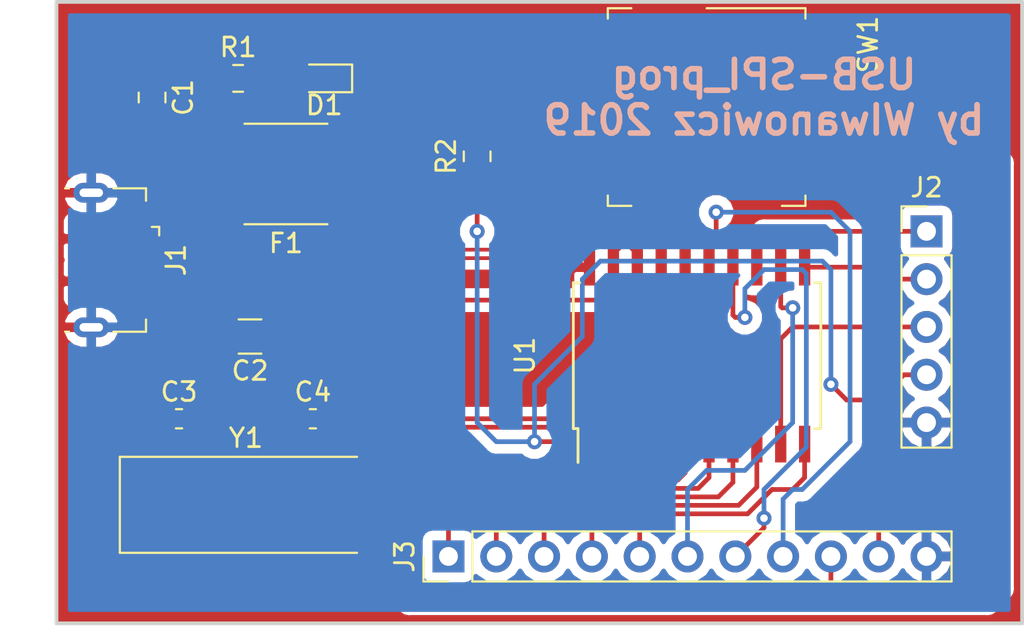
<source format=kicad_pcb>
(kicad_pcb (version 20171130) (host pcbnew "(5.0.1)-4")

  (general
    (thickness 1.6)
    (drawings 12)
    (tracks 185)
    (zones 0)
    (modules 14)
    (nets 24)
  )

  (page A4)
  (layers
    (0 F.Cu signal)
    (31 B.Cu signal)
    (32 B.Adhes user)
    (33 F.Adhes user)
    (34 B.Paste user)
    (35 F.Paste user)
    (36 B.SilkS user)
    (37 F.SilkS user)
    (38 B.Mask user)
    (39 F.Mask user)
    (40 Dwgs.User user)
    (41 Cmts.User user)
    (42 Eco1.User user)
    (43 Eco2.User user)
    (44 Edge.Cuts user)
    (45 Margin user)
    (46 B.CrtYd user)
    (47 F.CrtYd user)
    (48 B.Fab user)
    (49 F.Fab user)
  )

  (setup
    (last_trace_width 0.25)
    (trace_clearance 0.2)
    (zone_clearance 0.508)
    (zone_45_only no)
    (trace_min 0.2)
    (segment_width 0.2)
    (edge_width 0.15)
    (via_size 0.8)
    (via_drill 0.4)
    (via_min_size 0.4)
    (via_min_drill 0.3)
    (uvia_size 0.3)
    (uvia_drill 0.1)
    (uvias_allowed no)
    (uvia_min_size 0.2)
    (uvia_min_drill 0.1)
    (pcb_text_width 0.3)
    (pcb_text_size 1.5 1.5)
    (mod_edge_width 0.15)
    (mod_text_size 1 1)
    (mod_text_width 0.15)
    (pad_size 1.524 1.524)
    (pad_drill 0.762)
    (pad_to_mask_clearance 0.051)
    (solder_mask_min_width 0.25)
    (aux_axis_origin 0 0)
    (visible_elements 7FFFFFFF)
    (pcbplotparams
      (layerselection 0x010fc_ffffffff)
      (usegerberextensions false)
      (usegerberattributes false)
      (usegerberadvancedattributes false)
      (creategerberjobfile false)
      (excludeedgelayer true)
      (linewidth 0.100000)
      (plotframeref false)
      (viasonmask false)
      (mode 1)
      (useauxorigin false)
      (hpglpennumber 1)
      (hpglpenspeed 20)
      (hpglpendiameter 15.000000)
      (psnegative false)
      (psa4output false)
      (plotreference true)
      (plotvalue true)
      (plotinvisibletext false)
      (padsonsilk false)
      (subtractmaskfromsilk false)
      (outputformat 1)
      (mirror false)
      (drillshape 0)
      (scaleselection 1)
      (outputdirectory ""))
  )

  (net 0 "")
  (net 1 "Net-(C1-Pad1)")
  (net 2 GND)
  (net 3 "Net-(C2-Pad1)")
  (net 4 "Net-(C3-Pad1)")
  (net 5 "Net-(C4-Pad2)")
  (net 6 "Net-(D1-Pad2)")
  (net 7 5V)
  (net 8 "Net-(J1-Pad4)")
  (net 9 MISO)
  (net 10 MOSI)
  (net 11 SCK)
  (net 12 GP0)
  (net 13 GP1)
  (net 14 GP2)
  (net 15 GP3)
  (net 16 GP4)
  (net 17 GP5)
  (net 18 GP6)
  (net 19 GP7)
  (net 20 GP8)
  (net 21 "Net-(R2-Pad2)")
  (net 22 /D-)
  (net 23 /D+)

  (net_class Default "To jest domyślna klasa połączeń."
    (clearance 0.2)
    (trace_width 0.25)
    (via_dia 0.8)
    (via_drill 0.4)
    (uvia_dia 0.3)
    (uvia_drill 0.1)
    (add_net /D+)
    (add_net /D-)
    (add_net 5V)
    (add_net GND)
    (add_net GP0)
    (add_net GP1)
    (add_net GP2)
    (add_net GP3)
    (add_net GP4)
    (add_net GP5)
    (add_net GP6)
    (add_net GP7)
    (add_net GP8)
    (add_net MISO)
    (add_net MOSI)
    (add_net "Net-(C1-Pad1)")
    (add_net "Net-(C2-Pad1)")
    (add_net "Net-(C3-Pad1)")
    (add_net "Net-(C4-Pad2)")
    (add_net "Net-(D1-Pad2)")
    (add_net "Net-(J1-Pad4)")
    (add_net "Net-(R2-Pad2)")
    (add_net SCK)
  )

  (module Fuse:Fuse_2920_7451Metric (layer F.Cu) (tedit 5B341557) (tstamp 5D50A4FE)
    (at 131.064 88.392 180)
    (descr "Fuse SMD 2920 (7451 Metric), square (rectangular) end terminal, IPC_7351 nominal, (Body size from: http://www.megastar.com/products/fusetronic/polyswitch/PDF/smd2920.pdf), generated with kicad-footprint-generator")
    (tags resistor)
    (path /5D4459CD)
    (attr smd)
    (fp_text reference F1 (at 0 -3.68 180) (layer F.SilkS)
      (effects (font (size 1 1) (thickness 0.15)))
    )
    (fp_text value 500mA (at 0 3.68 180) (layer F.Fab)
      (effects (font (size 1 1) (thickness 0.15)))
    )
    (fp_line (start -3.6775 2.56) (end -3.6775 -2.56) (layer F.Fab) (width 0.1))
    (fp_line (start -3.6775 -2.56) (end 3.6775 -2.56) (layer F.Fab) (width 0.1))
    (fp_line (start 3.6775 -2.56) (end 3.6775 2.56) (layer F.Fab) (width 0.1))
    (fp_line (start 3.6775 2.56) (end -3.6775 2.56) (layer F.Fab) (width 0.1))
    (fp_line (start -2.203752 -2.67) (end 2.203752 -2.67) (layer F.SilkS) (width 0.12))
    (fp_line (start -2.203752 2.67) (end 2.203752 2.67) (layer F.SilkS) (width 0.12))
    (fp_line (start -4.6 2.98) (end -4.6 -2.98) (layer F.CrtYd) (width 0.05))
    (fp_line (start -4.6 -2.98) (end 4.6 -2.98) (layer F.CrtYd) (width 0.05))
    (fp_line (start 4.6 -2.98) (end 4.6 2.98) (layer F.CrtYd) (width 0.05))
    (fp_line (start 4.6 2.98) (end -4.6 2.98) (layer F.CrtYd) (width 0.05))
    (fp_text user %R (at 0 0 180) (layer F.Fab)
      (effects (font (size 1 1) (thickness 0.15)))
    )
    (pad 1 smd roundrect (at -3.3875 0 180) (size 1.925 5.45) (layers F.Cu F.Paste F.Mask) (roundrect_rratio 0.12987)
      (net 7 5V))
    (pad 2 smd roundrect (at 3.3875 0 180) (size 1.925 5.45) (layers F.Cu F.Paste F.Mask) (roundrect_rratio 0.12987)
      (net 1 "Net-(C1-Pad1)"))
    (model ${KISYS3DMOD}/Fuse.3dshapes/Fuse_2920_7451Metric.wrl
      (at (xyz 0 0 0))
      (scale (xyz 1 1 1))
      (rotate (xyz 0 0 0))
    )
  )

  (module Button_Switch_SMD:SW_MEC_5GSH9 (layer F.Cu) (tedit 5A02FC95) (tstamp 5D50A599)
    (at 153.416 84.836 270)
    (descr "MEC 5G single pole normally-open tactile switch")
    (tags "switch normally-open pushbutton push-button")
    (path /5D415283)
    (attr smd)
    (fp_text reference SW1 (at -3.325 -8.575 90) (layer F.SilkS)
      (effects (font (size 1 1) (thickness 0.15)))
    )
    (fp_text value RESET (at 0.475 8.825 90) (layer F.Fab)
      (effects (font (size 1 1) (thickness 0.15)))
    )
    (fp_line (start -5.3 -7.8) (end 5.3 -7.8) (layer F.CrtYd) (width 0.05))
    (fp_line (start 5.3 -7.8) (end 5.3 7.8) (layer F.CrtYd) (width 0.05))
    (fp_line (start 5.3 7.8) (end -5.3 7.8) (layer F.CrtYd) (width 0.05))
    (fp_line (start -5.3 7.8) (end -5.3 -7.8) (layer F.CrtYd) (width 0.05))
    (fp_line (start 4.7 -5.25) (end 5.25 -5.25) (layer F.SilkS) (width 0.12))
    (fp_line (start 5.25 -5.25) (end 5.25 -4) (layer F.SilkS) (width 0.12))
    (fp_line (start 4.7 5.25) (end 5.25 5.25) (layer F.SilkS) (width 0.12))
    (fp_line (start 5.25 5.25) (end 5.25 4) (layer F.SilkS) (width 0.12))
    (fp_line (start -4.7 -5.25) (end -5.25 -5.25) (layer F.SilkS) (width 0.12))
    (fp_line (start -5.25 -5.25) (end -5.25 0) (layer F.SilkS) (width 0.12))
    (fp_line (start -4.7 5.25) (end -5.25 5.25) (layer F.SilkS) (width 0.12))
    (fp_line (start -5.25 5.25) (end -5.25 4) (layer F.SilkS) (width 0.12))
    (fp_text user %R (at 0 0 270) (layer F.Fab)
      (effects (font (size 1 1) (thickness 0.15)))
    )
    (fp_circle (center -3.85 -4.3) (end -3.85 -4.7) (layer F.Fab) (width 0.1))
    (fp_line (start -5 5) (end -5 -5) (layer F.Fab) (width 0.1))
    (fp_line (start -5 -5) (end 5 -5) (layer F.Fab) (width 0.1))
    (fp_line (start 5 -5) (end 5 5) (layer F.Fab) (width 0.1))
    (fp_line (start 5 5) (end -5 5) (layer F.Fab) (width 0.1))
    (pad 3 smd rect (at 3.81 -6.25) (size 2.5 1.2) (layers F.Cu F.Paste F.Mask))
    (pad 4 smd rect (at 3.81 6.25) (size 2.5 1.2) (layers F.Cu F.Paste F.Mask))
    (pad 1 smd rect (at -3.81 -6.25) (size 2.5 1.2) (layers F.Cu F.Paste F.Mask)
      (net 2 GND))
    (pad 2 smd rect (at -3.81 6.25) (size 2.5 1.2) (layers F.Cu F.Paste F.Mask)
      (net 21 "Net-(R2-Pad2)"))
    (model ${KISYS3DMOD}/Button_Switch_SMD.3dshapes/SW_MEC_5GSH9.wrl
      (at (xyz 0 0 0))
      (scale (xyz 1 1 1))
      (rotate (xyz 0 0 0))
    )
  )

  (module Capacitor_SMD:C_0805_2012Metric (layer F.Cu) (tedit 5B36C52B) (tstamp 5D50A4A7)
    (at 123.952 84.328 270)
    (descr "Capacitor SMD 0805 (2012 Metric), square (rectangular) end terminal, IPC_7351 nominal, (Body size source: https://docs.google.com/spreadsheets/d/1BsfQQcO9C6DZCsRaXUlFlo91Tg2WpOkGARC1WS5S8t0/edit?usp=sharing), generated with kicad-footprint-generator")
    (tags capacitor)
    (path /5D42E050)
    (attr smd)
    (fp_text reference C1 (at 0 -1.65 270) (layer F.SilkS)
      (effects (font (size 1 1) (thickness 0.15)))
    )
    (fp_text value 4u7 (at 0 1.65 270) (layer F.Fab)
      (effects (font (size 1 1) (thickness 0.15)))
    )
    (fp_line (start -1 0.6) (end -1 -0.6) (layer F.Fab) (width 0.1))
    (fp_line (start -1 -0.6) (end 1 -0.6) (layer F.Fab) (width 0.1))
    (fp_line (start 1 -0.6) (end 1 0.6) (layer F.Fab) (width 0.1))
    (fp_line (start 1 0.6) (end -1 0.6) (layer F.Fab) (width 0.1))
    (fp_line (start -0.258578 -0.71) (end 0.258578 -0.71) (layer F.SilkS) (width 0.12))
    (fp_line (start -0.258578 0.71) (end 0.258578 0.71) (layer F.SilkS) (width 0.12))
    (fp_line (start -1.68 0.95) (end -1.68 -0.95) (layer F.CrtYd) (width 0.05))
    (fp_line (start -1.68 -0.95) (end 1.68 -0.95) (layer F.CrtYd) (width 0.05))
    (fp_line (start 1.68 -0.95) (end 1.68 0.95) (layer F.CrtYd) (width 0.05))
    (fp_line (start 1.68 0.95) (end -1.68 0.95) (layer F.CrtYd) (width 0.05))
    (fp_text user %R (at 0 0 270) (layer F.Fab)
      (effects (font (size 0.5 0.5) (thickness 0.08)))
    )
    (pad 1 smd roundrect (at -0.9375 0 270) (size 0.975 1.4) (layers F.Cu F.Paste F.Mask) (roundrect_rratio 0.25)
      (net 1 "Net-(C1-Pad1)"))
    (pad 2 smd roundrect (at 0.9375 0 270) (size 0.975 1.4) (layers F.Cu F.Paste F.Mask) (roundrect_rratio 0.25)
      (net 2 GND))
    (model ${KISYS3DMOD}/Capacitor_SMD.3dshapes/C_0805_2012Metric.wrl
      (at (xyz 0 0 0))
      (scale (xyz 1 1 1))
      (rotate (xyz 0 0 0))
    )
  )

  (module Capacitor_SMD:C_1206_3216Metric (layer F.Cu) (tedit 5B301BBE) (tstamp 5D50A4B8)
    (at 129.156 97.028 180)
    (descr "Capacitor SMD 1206 (3216 Metric), square (rectangular) end terminal, IPC_7351 nominal, (Body size source: http://www.tortai-tech.com/upload/download/2011102023233369053.pdf), generated with kicad-footprint-generator")
    (tags capacitor)
    (path /5D42E8D2)
    (attr smd)
    (fp_text reference C2 (at 0 -1.82 180) (layer F.SilkS)
      (effects (font (size 1 1) (thickness 0.15)))
    )
    (fp_text value 100n (at 0 1.82 180) (layer F.Fab)
      (effects (font (size 1 1) (thickness 0.15)))
    )
    (fp_line (start -1.6 0.8) (end -1.6 -0.8) (layer F.Fab) (width 0.1))
    (fp_line (start -1.6 -0.8) (end 1.6 -0.8) (layer F.Fab) (width 0.1))
    (fp_line (start 1.6 -0.8) (end 1.6 0.8) (layer F.Fab) (width 0.1))
    (fp_line (start 1.6 0.8) (end -1.6 0.8) (layer F.Fab) (width 0.1))
    (fp_line (start -0.602064 -0.91) (end 0.602064 -0.91) (layer F.SilkS) (width 0.12))
    (fp_line (start -0.602064 0.91) (end 0.602064 0.91) (layer F.SilkS) (width 0.12))
    (fp_line (start -2.28 1.12) (end -2.28 -1.12) (layer F.CrtYd) (width 0.05))
    (fp_line (start -2.28 -1.12) (end 2.28 -1.12) (layer F.CrtYd) (width 0.05))
    (fp_line (start 2.28 -1.12) (end 2.28 1.12) (layer F.CrtYd) (width 0.05))
    (fp_line (start 2.28 1.12) (end -2.28 1.12) (layer F.CrtYd) (width 0.05))
    (fp_text user %R (at 0 0 180) (layer F.Fab)
      (effects (font (size 0.8 0.8) (thickness 0.12)))
    )
    (pad 1 smd roundrect (at -1.4 0 180) (size 1.25 1.75) (layers F.Cu F.Paste F.Mask) (roundrect_rratio 0.2)
      (net 3 "Net-(C2-Pad1)"))
    (pad 2 smd roundrect (at 1.4 0 180) (size 1.25 1.75) (layers F.Cu F.Paste F.Mask) (roundrect_rratio 0.2)
      (net 2 GND))
    (model ${KISYS3DMOD}/Capacitor_SMD.3dshapes/C_1206_3216Metric.wrl
      (at (xyz 0 0 0))
      (scale (xyz 1 1 1))
      (rotate (xyz 0 0 0))
    )
  )

  (module Capacitor_SMD:C_0603_1608Metric (layer F.Cu) (tedit 5B301BBE) (tstamp 5D50A4C9)
    (at 125.383598 101.397831)
    (descr "Capacitor SMD 0603 (1608 Metric), square (rectangular) end terminal, IPC_7351 nominal, (Body size source: http://www.tortai-tech.com/upload/download/2011102023233369053.pdf), generated with kicad-footprint-generator")
    (tags capacitor)
    (path /5D414DC7)
    (attr smd)
    (fp_text reference C3 (at 0 -1.43) (layer F.SilkS)
      (effects (font (size 1 1) (thickness 0.15)))
    )
    (fp_text value 22p (at 0 1.43) (layer F.Fab)
      (effects (font (size 1 1) (thickness 0.15)))
    )
    (fp_text user %R (at 0 0) (layer F.Fab)
      (effects (font (size 0.4 0.4) (thickness 0.06)))
    )
    (fp_line (start 1.48 0.73) (end -1.48 0.73) (layer F.CrtYd) (width 0.05))
    (fp_line (start 1.48 -0.73) (end 1.48 0.73) (layer F.CrtYd) (width 0.05))
    (fp_line (start -1.48 -0.73) (end 1.48 -0.73) (layer F.CrtYd) (width 0.05))
    (fp_line (start -1.48 0.73) (end -1.48 -0.73) (layer F.CrtYd) (width 0.05))
    (fp_line (start -0.162779 0.51) (end 0.162779 0.51) (layer F.SilkS) (width 0.12))
    (fp_line (start -0.162779 -0.51) (end 0.162779 -0.51) (layer F.SilkS) (width 0.12))
    (fp_line (start 0.8 0.4) (end -0.8 0.4) (layer F.Fab) (width 0.1))
    (fp_line (start 0.8 -0.4) (end 0.8 0.4) (layer F.Fab) (width 0.1))
    (fp_line (start -0.8 -0.4) (end 0.8 -0.4) (layer F.Fab) (width 0.1))
    (fp_line (start -0.8 0.4) (end -0.8 -0.4) (layer F.Fab) (width 0.1))
    (pad 2 smd roundrect (at 0.7875 0) (size 0.875 0.95) (layers F.Cu F.Paste F.Mask) (roundrect_rratio 0.25)
      (net 2 GND))
    (pad 1 smd roundrect (at -0.7875 0) (size 0.875 0.95) (layers F.Cu F.Paste F.Mask) (roundrect_rratio 0.25)
      (net 4 "Net-(C3-Pad1)"))
    (model ${KISYS3DMOD}/Capacitor_SMD.3dshapes/C_0603_1608Metric.wrl
      (at (xyz 0 0 0))
      (scale (xyz 1 1 1))
      (rotate (xyz 0 0 0))
    )
  )

  (module Capacitor_SMD:C_0603_1608Metric (layer F.Cu) (tedit 5B301BBE) (tstamp 5D50A4DA)
    (at 132.495598 101.397831)
    (descr "Capacitor SMD 0603 (1608 Metric), square (rectangular) end terminal, IPC_7351 nominal, (Body size source: http://www.tortai-tech.com/upload/download/2011102023233369053.pdf), generated with kicad-footprint-generator")
    (tags capacitor)
    (path /5D414864)
    (attr smd)
    (fp_text reference C4 (at 0 -1.43) (layer F.SilkS)
      (effects (font (size 1 1) (thickness 0.15)))
    )
    (fp_text value 22p (at 0 1.43) (layer F.Fab)
      (effects (font (size 1 1) (thickness 0.15)))
    )
    (fp_line (start -0.8 0.4) (end -0.8 -0.4) (layer F.Fab) (width 0.1))
    (fp_line (start -0.8 -0.4) (end 0.8 -0.4) (layer F.Fab) (width 0.1))
    (fp_line (start 0.8 -0.4) (end 0.8 0.4) (layer F.Fab) (width 0.1))
    (fp_line (start 0.8 0.4) (end -0.8 0.4) (layer F.Fab) (width 0.1))
    (fp_line (start -0.162779 -0.51) (end 0.162779 -0.51) (layer F.SilkS) (width 0.12))
    (fp_line (start -0.162779 0.51) (end 0.162779 0.51) (layer F.SilkS) (width 0.12))
    (fp_line (start -1.48 0.73) (end -1.48 -0.73) (layer F.CrtYd) (width 0.05))
    (fp_line (start -1.48 -0.73) (end 1.48 -0.73) (layer F.CrtYd) (width 0.05))
    (fp_line (start 1.48 -0.73) (end 1.48 0.73) (layer F.CrtYd) (width 0.05))
    (fp_line (start 1.48 0.73) (end -1.48 0.73) (layer F.CrtYd) (width 0.05))
    (fp_text user %R (at 0 0) (layer F.Fab)
      (effects (font (size 0.4 0.4) (thickness 0.06)))
    )
    (pad 1 smd roundrect (at -0.7875 0) (size 0.875 0.95) (layers F.Cu F.Paste F.Mask) (roundrect_rratio 0.25)
      (net 2 GND))
    (pad 2 smd roundrect (at 0.7875 0) (size 0.875 0.95) (layers F.Cu F.Paste F.Mask) (roundrect_rratio 0.25)
      (net 5 "Net-(C4-Pad2)"))
    (model ${KISYS3DMOD}/Capacitor_SMD.3dshapes/C_0603_1608Metric.wrl
      (at (xyz 0 0 0))
      (scale (xyz 1 1 1))
      (rotate (xyz 0 0 0))
    )
  )

  (module LED_SMD:LED_0603_1608Metric (layer F.Cu) (tedit 5B301BBE) (tstamp 5D50A4ED)
    (at 133.096 83.312 180)
    (descr "LED SMD 0603 (1608 Metric), square (rectangular) end terminal, IPC_7351 nominal, (Body size source: http://www.tortai-tech.com/upload/download/2011102023233369053.pdf), generated with kicad-footprint-generator")
    (tags diode)
    (path /5D431522)
    (attr smd)
    (fp_text reference D1 (at 0 -1.43 180) (layer F.SilkS)
      (effects (font (size 1 1) (thickness 0.15)))
    )
    (fp_text value red (at 0 1.43 180) (layer F.Fab)
      (effects (font (size 1 1) (thickness 0.15)))
    )
    (fp_line (start 0.8 -0.4) (end -0.5 -0.4) (layer F.Fab) (width 0.1))
    (fp_line (start -0.5 -0.4) (end -0.8 -0.1) (layer F.Fab) (width 0.1))
    (fp_line (start -0.8 -0.1) (end -0.8 0.4) (layer F.Fab) (width 0.1))
    (fp_line (start -0.8 0.4) (end 0.8 0.4) (layer F.Fab) (width 0.1))
    (fp_line (start 0.8 0.4) (end 0.8 -0.4) (layer F.Fab) (width 0.1))
    (fp_line (start 0.8 -0.735) (end -1.485 -0.735) (layer F.SilkS) (width 0.12))
    (fp_line (start -1.485 -0.735) (end -1.485 0.735) (layer F.SilkS) (width 0.12))
    (fp_line (start -1.485 0.735) (end 0.8 0.735) (layer F.SilkS) (width 0.12))
    (fp_line (start -1.48 0.73) (end -1.48 -0.73) (layer F.CrtYd) (width 0.05))
    (fp_line (start -1.48 -0.73) (end 1.48 -0.73) (layer F.CrtYd) (width 0.05))
    (fp_line (start 1.48 -0.73) (end 1.48 0.73) (layer F.CrtYd) (width 0.05))
    (fp_line (start 1.48 0.73) (end -1.48 0.73) (layer F.CrtYd) (width 0.05))
    (fp_text user %R (at 0 0 180) (layer F.Fab)
      (effects (font (size 0.4 0.4) (thickness 0.06)))
    )
    (pad 1 smd roundrect (at -0.7875 0 180) (size 0.875 0.95) (layers F.Cu F.Paste F.Mask) (roundrect_rratio 0.25)
      (net 2 GND))
    (pad 2 smd roundrect (at 0.7875 0 180) (size 0.875 0.95) (layers F.Cu F.Paste F.Mask) (roundrect_rratio 0.25)
      (net 6 "Net-(D1-Pad2)"))
    (model ${KISYS3DMOD}/LED_SMD.3dshapes/LED_0603_1608Metric.wrl
      (at (xyz 0 0 0))
      (scale (xyz 1 1 1))
      (rotate (xyz 0 0 0))
    )
  )

  (module Connector_USB:USB_Micro-B_GCT_USB3076-30-A (layer F.Cu) (tedit 5A170D03) (tstamp 5D50A525)
    (at 121.92 92.964 270)
    (descr "GCT Micro USB https://gct.co/files/drawings/usb3076.pdf")
    (tags "Micro-USB SMD Typ-B GCT")
    (path /5D4146B0)
    (attr smd)
    (fp_text reference J1 (at 0 -3.3 270) (layer F.SilkS)
      (effects (font (size 1 1) (thickness 0.15)))
    )
    (fp_text value USB_B_Micro (at 0 5.2 270) (layer F.Fab)
      (effects (font (size 1 1) (thickness 0.15)))
    )
    (fp_line (start -4.6 4.45) (end 4.6 4.45) (layer F.CrtYd) (width 0.05))
    (fp_line (start 4.6 -2.65) (end 4.6 4.45) (layer F.CrtYd) (width 0.05))
    (fp_line (start -4.6 -2.65) (end 4.6 -2.65) (layer F.CrtYd) (width 0.05))
    (fp_line (start -4.6 4.45) (end -4.6 -2.65) (layer F.CrtYd) (width 0.05))
    (fp_text user "PCB Edge" (at 0 2.65 270) (layer Dwgs.User)
      (effects (font (size 0.5 0.5) (thickness 0.08)))
    )
    (fp_line (start -3.81 -1.71) (end -3.15 -1.71) (layer F.SilkS) (width 0.12))
    (fp_line (start -3.81 0.02) (end -3.81 -1.71) (layer F.SilkS) (width 0.12))
    (fp_line (start 3.81 2.59) (end 3.81 2.38) (layer F.SilkS) (width 0.12))
    (fp_line (start 3.7 3.95) (end 3.7 -1.6) (layer F.Fab) (width 0.1))
    (fp_line (start -3 2.65) (end 3 2.65) (layer F.Fab) (width 0.1))
    (fp_line (start -3.7 3.95) (end 3.7 3.95) (layer F.Fab) (width 0.1))
    (fp_line (start -3.7 -1.6) (end 3.7 -1.6) (layer F.Fab) (width 0.1))
    (fp_line (start -3.7 3.95) (end -3.7 -1.6) (layer F.Fab) (width 0.1))
    (fp_line (start -3.81 2.59) (end -3.81 2.38) (layer F.SilkS) (width 0.12))
    (fp_line (start 3.81 0.02) (end 3.81 -1.71) (layer F.SilkS) (width 0.12))
    (fp_line (start 3.81 -1.71) (end 3.16 -1.71) (layer F.SilkS) (width 0.12))
    (fp_text user %R (at 0 0.85 270) (layer F.Fab)
      (effects (font (size 1 1) (thickness 0.15)))
    )
    (fp_line (start -1.76 -2.41) (end -1.31 -2.41) (layer F.SilkS) (width 0.12))
    (fp_line (start -1.76 -2.41) (end -1.76 -2.02) (layer F.SilkS) (width 0.12))
    (fp_line (start -1.3 -1.75) (end -1.5 -1.95) (layer F.Fab) (width 0.1))
    (fp_line (start -1.1 -1.95) (end -1.3 -1.75) (layer F.Fab) (width 0.1))
    (fp_line (start -1.5 -2.16) (end -1.1 -2.16) (layer F.Fab) (width 0.1))
    (fp_line (start -1.5 -2.16) (end -1.5 -1.95) (layer F.Fab) (width 0.1))
    (fp_line (start -1.1 -2.16) (end -1.1 -1.95) (layer F.Fab) (width 0.1))
    (pad 6 smd rect (at 1.125 1.2 270) (size 1.75 1.9) (layers F.Cu F.Paste F.Mask)
      (net 2 GND))
    (pad 2 smd rect (at -0.65 -1.45 270) (size 0.4 1.4) (layers F.Cu F.Paste F.Mask)
      (net 22 /D-))
    (pad 1 smd rect (at -1.3 -1.45 270) (size 0.4 1.4) (layers F.Cu F.Paste F.Mask)
      (net 1 "Net-(C1-Pad1)"))
    (pad 5 smd rect (at 1.3 -1.45 270) (size 0.4 1.4) (layers F.Cu F.Paste F.Mask)
      (net 2 GND))
    (pad 4 smd rect (at 0.65 -1.45 270) (size 0.4 1.4) (layers F.Cu F.Paste F.Mask)
      (net 8 "Net-(J1-Pad4)"))
    (pad 3 smd rect (at 0 -1.45 270) (size 0.4 1.4) (layers F.Cu F.Paste F.Mask)
      (net 23 /D+))
    (pad 6 smd rect (at -1.125 1.2 270) (size 1.75 1.9) (layers F.Cu F.Paste F.Mask)
      (net 2 GND))
    (pad 6 thru_hole oval (at -3.575 1.2 90) (size 1.05 1.9) (drill oval 0.45 1.25) (layers *.Cu *.Mask)
      (net 2 GND))
    (pad 6 thru_hole oval (at 3.575 1.2 270) (size 1.05 1.9) (drill oval 0.45 1.25) (layers *.Cu *.Mask)
      (net 2 GND))
    (pad 6 smd rect (at 2.32 -1.03 270) (size 1.15 1.45) (layers F.Cu F.Paste F.Mask)
      (net 2 GND))
    (pad 6 smd rect (at -2.32 -1.03 270) (size 1.15 1.45) (layers F.Cu F.Paste F.Mask)
      (net 2 GND))
    (model ${KISYS3DMOD}/Connector_USB.3dshapes/USB_Micro-B_GCT_USB3076-30-A.wrl
      (at (xyz 0 0 0))
      (scale (xyz 1 1 1))
      (rotate (xyz 0 0 0))
    )
  )

  (module Connector_PinHeader_2.54mm:PinHeader_1x05_P2.54mm_Vertical (layer F.Cu) (tedit 59FED5CC) (tstamp 5D50A53E)
    (at 165.1 91.44)
    (descr "Through hole straight pin header, 1x05, 2.54mm pitch, single row")
    (tags "Through hole pin header THT 1x05 2.54mm single row")
    (path /5D432B41)
    (fp_text reference J2 (at 0 -2.33) (layer F.SilkS)
      (effects (font (size 1 1) (thickness 0.15)))
    )
    (fp_text value Conn_01x05 (at 0 12.49) (layer F.Fab)
      (effects (font (size 1 1) (thickness 0.15)))
    )
    (fp_line (start -0.635 -1.27) (end 1.27 -1.27) (layer F.Fab) (width 0.1))
    (fp_line (start 1.27 -1.27) (end 1.27 11.43) (layer F.Fab) (width 0.1))
    (fp_line (start 1.27 11.43) (end -1.27 11.43) (layer F.Fab) (width 0.1))
    (fp_line (start -1.27 11.43) (end -1.27 -0.635) (layer F.Fab) (width 0.1))
    (fp_line (start -1.27 -0.635) (end -0.635 -1.27) (layer F.Fab) (width 0.1))
    (fp_line (start -1.33 11.49) (end 1.33 11.49) (layer F.SilkS) (width 0.12))
    (fp_line (start -1.33 1.27) (end -1.33 11.49) (layer F.SilkS) (width 0.12))
    (fp_line (start 1.33 1.27) (end 1.33 11.49) (layer F.SilkS) (width 0.12))
    (fp_line (start -1.33 1.27) (end 1.33 1.27) (layer F.SilkS) (width 0.12))
    (fp_line (start -1.33 0) (end -1.33 -1.33) (layer F.SilkS) (width 0.12))
    (fp_line (start -1.33 -1.33) (end 0 -1.33) (layer F.SilkS) (width 0.12))
    (fp_line (start -1.8 -1.8) (end -1.8 11.95) (layer F.CrtYd) (width 0.05))
    (fp_line (start -1.8 11.95) (end 1.8 11.95) (layer F.CrtYd) (width 0.05))
    (fp_line (start 1.8 11.95) (end 1.8 -1.8) (layer F.CrtYd) (width 0.05))
    (fp_line (start 1.8 -1.8) (end -1.8 -1.8) (layer F.CrtYd) (width 0.05))
    (fp_text user %R (at 0 5.08 90) (layer F.Fab)
      (effects (font (size 1 1) (thickness 0.15)))
    )
    (pad 1 thru_hole rect (at 0 0) (size 1.7 1.7) (drill 1) (layers *.Cu *.Mask)
      (net 9 MISO))
    (pad 2 thru_hole oval (at 0 2.54) (size 1.7 1.7) (drill 1) (layers *.Cu *.Mask)
      (net 11 SCK))
    (pad 3 thru_hole oval (at 0 5.08) (size 1.7 1.7) (drill 1) (layers *.Cu *.Mask)
      (net 10 MOSI))
    (pad 4 thru_hole oval (at 0 7.62) (size 1.7 1.7) (drill 1) (layers *.Cu *.Mask)
      (net 7 5V))
    (pad 5 thru_hole oval (at 0 10.16) (size 1.7 1.7) (drill 1) (layers *.Cu *.Mask)
      (net 2 GND))
    (model ${KISYS3DMOD}/Connector_PinHeader_2.54mm.3dshapes/PinHeader_1x05_P2.54mm_Vertical.wrl
      (at (xyz 0 0 0))
      (scale (xyz 1 1 1))
      (rotate (xyz 0 0 0))
    )
  )

  (module Connector_PinHeader_2.54mm:PinHeader_1x11_P2.54mm_Vertical (layer F.Cu) (tedit 5D4811C7) (tstamp 5D50A55D)
    (at 139.7 108.712 90)
    (descr "Through hole straight pin header, 1x11, 2.54mm pitch, single row")
    (tags "Through hole pin header THT 1x11 2.54mm single row")
    (path /5D43BA2D)
    (fp_text reference J3 (at 0 -2.33 90) (layer F.SilkS)
      (effects (font (size 1 1) (thickness 0.15)))
    )
    (fp_text value Conn_01x11 (at 0 27.73 90) (layer F.Fab)
      (effects (font (size 1 1) (thickness 0.15)))
    )
    (fp_line (start -0.635 -1.27) (end 1.27 -1.27) (layer F.Fab) (width 0.1))
    (fp_line (start 1.27 -1.27) (end 1.27 26.67) (layer F.Fab) (width 0.1))
    (fp_line (start 1.27 26.67) (end -1.27 26.67) (layer F.Fab) (width 0.1))
    (fp_line (start -1.27 26.67) (end -1.27 -0.635) (layer F.Fab) (width 0.1))
    (fp_line (start -1.27 -0.635) (end -0.635 -1.27) (layer F.Fab) (width 0.1))
    (fp_line (start -1.33 26.73) (end 1.33 26.73) (layer F.SilkS) (width 0.12))
    (fp_line (start -1.33 1.27) (end -1.33 26.73) (layer F.SilkS) (width 0.12))
    (fp_line (start 1.33 1.27) (end 1.33 26.73) (layer F.SilkS) (width 0.12))
    (fp_line (start -1.33 1.27) (end 1.33 1.27) (layer F.SilkS) (width 0.12))
    (fp_line (start -1.33 0) (end -1.33 -1.33) (layer F.SilkS) (width 0.12))
    (fp_line (start -1.33 -1.33) (end 0 -1.33) (layer F.SilkS) (width 0.12))
    (fp_line (start -1.8 -1.8) (end -1.8 27.2) (layer F.CrtYd) (width 0.05))
    (fp_line (start -1.8 27.2) (end 1.8 27.2) (layer F.CrtYd) (width 0.05))
    (fp_line (start 1.8 27.2) (end 1.8 -1.8) (layer F.CrtYd) (width 0.05))
    (fp_line (start 1.8 -1.8) (end -1.8 -1.8) (layer F.CrtYd) (width 0.05))
    (fp_text user %R (at 0 12.7 180) (layer F.Fab)
      (effects (font (size 1 1) (thickness 0.15)))
    )
    (pad 1 thru_hole rect (at 0 0 90) (size 1.7 1.7) (drill 1) (layers *.Cu *.Mask)
      (net 12 GP0))
    (pad 2 thru_hole oval (at 0 2.54 90) (size 1.7 1.7) (drill 1) (layers *.Cu *.Mask)
      (net 13 GP1))
    (pad 3 thru_hole oval (at 0 5.08 90) (size 1.7 1.7) (drill 1) (layers *.Cu *.Mask)
      (net 14 GP2))
    (pad 4 thru_hole oval (at 0 7.62 90) (size 1.7 1.7) (drill 1) (layers *.Cu *.Mask)
      (net 15 GP3))
    (pad 5 thru_hole oval (at 0 10.16 90) (size 1.7 1.7) (drill 1) (layers *.Cu *.Mask)
      (net 16 GP4))
    (pad 6 thru_hole oval (at 0 12.7 90) (size 1.7 1.7) (drill 1) (layers *.Cu *.Mask)
      (net 17 GP5))
    (pad 7 thru_hole oval (at 0 15.24 90) (size 1.7 1.7) (drill 1) (layers *.Cu *.Mask)
      (net 18 GP6))
    (pad 8 thru_hole oval (at 0 17.78 90) (size 1.7 1.7) (drill 1) (layers *.Cu *.Mask)
      (net 19 GP7))
    (pad 9 thru_hole oval (at 0 20.32 90) (size 1.7 1.7) (drill 1) (layers *.Cu *.Mask)
      (net 20 GP8))
    (pad 10 thru_hole oval (at 0 22.86 90) (size 1.7 1.7) (drill 1) (layers *.Cu *.Mask)
      (net 7 5V))
    (pad 11 thru_hole oval (at 0 25.4 90) (size 1.7 1.7) (drill 1) (layers *.Cu *.Mask)
      (net 2 GND))
    (model ${KISYS3DMOD}/Connector_PinHeader_2.54mm.3dshapes/PinHeader_1x11_P2.54mm_Vertical.wrl
      (at (xyz 0 0 0))
      (scale (xyz 1 1 1))
      (rotate (xyz 0 0 0))
    )
  )

  (module Resistor_SMD:R_0805_2012Metric (layer F.Cu) (tedit 5B36C52B) (tstamp 5D50A56E)
    (at 128.524 83.312)
    (descr "Resistor SMD 0805 (2012 Metric), square (rectangular) end terminal, IPC_7351 nominal, (Body size source: https://docs.google.com/spreadsheets/d/1BsfQQcO9C6DZCsRaXUlFlo91Tg2WpOkGARC1WS5S8t0/edit?usp=sharing), generated with kicad-footprint-generator")
    (tags resistor)
    (path /5D430EFB)
    (attr smd)
    (fp_text reference R1 (at 0 -1.65) (layer F.SilkS)
      (effects (font (size 1 1) (thickness 0.15)))
    )
    (fp_text value 330 (at 0 1.65) (layer F.Fab)
      (effects (font (size 1 1) (thickness 0.15)))
    )
    (fp_text user %R (at 0 0) (layer F.Fab)
      (effects (font (size 0.5 0.5) (thickness 0.08)))
    )
    (fp_line (start 1.68 0.95) (end -1.68 0.95) (layer F.CrtYd) (width 0.05))
    (fp_line (start 1.68 -0.95) (end 1.68 0.95) (layer F.CrtYd) (width 0.05))
    (fp_line (start -1.68 -0.95) (end 1.68 -0.95) (layer F.CrtYd) (width 0.05))
    (fp_line (start -1.68 0.95) (end -1.68 -0.95) (layer F.CrtYd) (width 0.05))
    (fp_line (start -0.258578 0.71) (end 0.258578 0.71) (layer F.SilkS) (width 0.12))
    (fp_line (start -0.258578 -0.71) (end 0.258578 -0.71) (layer F.SilkS) (width 0.12))
    (fp_line (start 1 0.6) (end -1 0.6) (layer F.Fab) (width 0.1))
    (fp_line (start 1 -0.6) (end 1 0.6) (layer F.Fab) (width 0.1))
    (fp_line (start -1 -0.6) (end 1 -0.6) (layer F.Fab) (width 0.1))
    (fp_line (start -1 0.6) (end -1 -0.6) (layer F.Fab) (width 0.1))
    (pad 2 smd roundrect (at 0.9375 0) (size 0.975 1.4) (layers F.Cu F.Paste F.Mask) (roundrect_rratio 0.25)
      (net 6 "Net-(D1-Pad2)"))
    (pad 1 smd roundrect (at -0.9375 0) (size 0.975 1.4) (layers F.Cu F.Paste F.Mask) (roundrect_rratio 0.25)
      (net 1 "Net-(C1-Pad1)"))
    (model ${KISYS3DMOD}/Resistor_SMD.3dshapes/R_0805_2012Metric.wrl
      (at (xyz 0 0 0))
      (scale (xyz 1 1 1))
      (rotate (xyz 0 0 0))
    )
  )

  (module Resistor_SMD:R_0805_2012Metric (layer F.Cu) (tedit 5B36C52B) (tstamp 5D50A57F)
    (at 141.224 87.4545 90)
    (descr "Resistor SMD 0805 (2012 Metric), square (rectangular) end terminal, IPC_7351 nominal, (Body size source: https://docs.google.com/spreadsheets/d/1BsfQQcO9C6DZCsRaXUlFlo91Tg2WpOkGARC1WS5S8t0/edit?usp=sharing), generated with kicad-footprint-generator")
    (tags resistor)
    (path /5D414FEF)
    (attr smd)
    (fp_text reference R2 (at 0 -1.65 90) (layer F.SilkS)
      (effects (font (size 1 1) (thickness 0.15)))
    )
    (fp_text value 10k (at 0 1.65 90) (layer F.Fab)
      (effects (font (size 1 1) (thickness 0.15)))
    )
    (fp_line (start -1 0.6) (end -1 -0.6) (layer F.Fab) (width 0.1))
    (fp_line (start -1 -0.6) (end 1 -0.6) (layer F.Fab) (width 0.1))
    (fp_line (start 1 -0.6) (end 1 0.6) (layer F.Fab) (width 0.1))
    (fp_line (start 1 0.6) (end -1 0.6) (layer F.Fab) (width 0.1))
    (fp_line (start -0.258578 -0.71) (end 0.258578 -0.71) (layer F.SilkS) (width 0.12))
    (fp_line (start -0.258578 0.71) (end 0.258578 0.71) (layer F.SilkS) (width 0.12))
    (fp_line (start -1.68 0.95) (end -1.68 -0.95) (layer F.CrtYd) (width 0.05))
    (fp_line (start -1.68 -0.95) (end 1.68 -0.95) (layer F.CrtYd) (width 0.05))
    (fp_line (start 1.68 -0.95) (end 1.68 0.95) (layer F.CrtYd) (width 0.05))
    (fp_line (start 1.68 0.95) (end -1.68 0.95) (layer F.CrtYd) (width 0.05))
    (fp_text user %R (at 0 0 90) (layer F.Fab)
      (effects (font (size 0.5 0.5) (thickness 0.08)))
    )
    (pad 1 smd roundrect (at -0.9375 0 90) (size 0.975 1.4) (layers F.Cu F.Paste F.Mask) (roundrect_rratio 0.25)
      (net 7 5V))
    (pad 2 smd roundrect (at 0.9375 0 90) (size 0.975 1.4) (layers F.Cu F.Paste F.Mask) (roundrect_rratio 0.25)
      (net 21 "Net-(R2-Pad2)"))
    (model ${KISYS3DMOD}/Resistor_SMD.3dshapes/R_0805_2012Metric.wrl
      (at (xyz 0 0 0))
      (scale (xyz 1 1 1))
      (rotate (xyz 0 0 0))
    )
  )

  (module Package_SO:SOIC-20W_7.5x12.8mm_P1.27mm (layer F.Cu) (tedit 5A02F2D3) (tstamp 5D50A5C2)
    (at 152.908 98.044 90)
    (descr "20-Lead Plastic Small Outline (SO) - Wide, 7.50 mm Body [SOIC] (see Microchip Packaging Specification 00000049BS.pdf)")
    (tags "SOIC 1.27")
    (path /5D4145D8)
    (attr smd)
    (fp_text reference U1 (at 0 -9.144 90) (layer F.SilkS)
      (effects (font (size 1 1) (thickness 0.15)))
    )
    (fp_text value MCP2210 (at 0 -7.62 90) (layer F.Fab)
      (effects (font (size 1 1) (thickness 0.15)))
    )
    (fp_text user %R (at 0 0 90) (layer F.Fab)
      (effects (font (size 1 1) (thickness 0.15)))
    )
    (fp_line (start -2.75 -6.4) (end 3.75 -6.4) (layer F.Fab) (width 0.15))
    (fp_line (start 3.75 -6.4) (end 3.75 6.4) (layer F.Fab) (width 0.15))
    (fp_line (start 3.75 6.4) (end -3.75 6.4) (layer F.Fab) (width 0.15))
    (fp_line (start -3.75 6.4) (end -3.75 -5.4) (layer F.Fab) (width 0.15))
    (fp_line (start -3.75 -5.4) (end -2.75 -6.4) (layer F.Fab) (width 0.15))
    (fp_line (start -5.95 -6.75) (end -5.95 6.75) (layer F.CrtYd) (width 0.05))
    (fp_line (start 5.95 -6.75) (end 5.95 6.75) (layer F.CrtYd) (width 0.05))
    (fp_line (start -5.95 -6.75) (end 5.95 -6.75) (layer F.CrtYd) (width 0.05))
    (fp_line (start -5.95 6.75) (end 5.95 6.75) (layer F.CrtYd) (width 0.05))
    (fp_line (start -3.875 -6.575) (end -3.875 -6.325) (layer F.SilkS) (width 0.15))
    (fp_line (start 3.875 -6.575) (end 3.875 -6.24) (layer F.SilkS) (width 0.15))
    (fp_line (start 3.875 6.575) (end 3.875 6.24) (layer F.SilkS) (width 0.15))
    (fp_line (start -3.875 6.575) (end -3.875 6.24) (layer F.SilkS) (width 0.15))
    (fp_line (start -3.875 -6.575) (end 3.875 -6.575) (layer F.SilkS) (width 0.15))
    (fp_line (start -3.875 6.575) (end 3.875 6.575) (layer F.SilkS) (width 0.15))
    (fp_line (start -3.875 -6.325) (end -5.675 -6.325) (layer F.SilkS) (width 0.15))
    (pad 1 smd rect (at -4.7 -5.715 90) (size 1.95 0.6) (layers F.Cu F.Paste F.Mask)
      (net 7 5V))
    (pad 2 smd rect (at -4.7 -4.445 90) (size 1.95 0.6) (layers F.Cu F.Paste F.Mask)
      (net 4 "Net-(C3-Pad1)"))
    (pad 3 smd rect (at -4.7 -3.175 90) (size 1.95 0.6) (layers F.Cu F.Paste F.Mask)
      (net 5 "Net-(C4-Pad2)"))
    (pad 4 smd rect (at -4.7 -1.905 90) (size 1.95 0.6) (layers F.Cu F.Paste F.Mask)
      (net 21 "Net-(R2-Pad2)"))
    (pad 5 smd rect (at -4.7 -0.635 90) (size 1.95 0.6) (layers F.Cu F.Paste F.Mask)
      (net 12 GP0))
    (pad 6 smd rect (at -4.7 0.635 90) (size 1.95 0.6) (layers F.Cu F.Paste F.Mask)
      (net 13 GP1))
    (pad 7 smd rect (at -4.7 1.905 90) (size 1.95 0.6) (layers F.Cu F.Paste F.Mask)
      (net 14 GP2))
    (pad 8 smd rect (at -4.7 3.175 90) (size 1.95 0.6) (layers F.Cu F.Paste F.Mask)
      (net 15 GP3))
    (pad 9 smd rect (at -4.7 4.445 90) (size 1.95 0.6) (layers F.Cu F.Paste F.Mask)
      (net 10 MOSI))
    (pad 10 smd rect (at -4.7 5.715 90) (size 1.95 0.6) (layers F.Cu F.Paste F.Mask)
      (net 16 GP4))
    (pad 11 smd rect (at 4.7 5.715 90) (size 1.95 0.6) (layers F.Cu F.Paste F.Mask)
      (net 11 SCK))
    (pad 12 smd rect (at 4.7 4.445 90) (size 1.95 0.6) (layers F.Cu F.Paste F.Mask)
      (net 17 GP5))
    (pad 13 smd rect (at 4.7 3.175 90) (size 1.95 0.6) (layers F.Cu F.Paste F.Mask)
      (net 9 MISO))
    (pad 14 smd rect (at 4.7 1.905 90) (size 1.95 0.6) (layers F.Cu F.Paste F.Mask)
      (net 18 GP6))
    (pad 15 smd rect (at 4.7 0.635 90) (size 1.95 0.6) (layers F.Cu F.Paste F.Mask)
      (net 19 GP7))
    (pad 16 smd rect (at 4.7 -0.635 90) (size 1.95 0.6) (layers F.Cu F.Paste F.Mask)
      (net 20 GP8))
    (pad 17 smd rect (at 4.7 -1.905 90) (size 1.95 0.6) (layers F.Cu F.Paste F.Mask)
      (net 3 "Net-(C2-Pad1)"))
    (pad 18 smd rect (at 4.7 -3.175 90) (size 1.95 0.6) (layers F.Cu F.Paste F.Mask)
      (net 22 /D-))
    (pad 19 smd rect (at 4.7 -4.445 90) (size 1.95 0.6) (layers F.Cu F.Paste F.Mask)
      (net 23 /D+))
    (pad 20 smd rect (at 4.7 -5.715 90) (size 1.95 0.6) (layers F.Cu F.Paste F.Mask)
      (net 2 GND))
    (model ${KISYS3DMOD}/Package_SO.3dshapes/SOIC-20W_7.5x12.8mm_P1.27mm.wrl
      (at (xyz 0 0 0))
      (scale (xyz 1 1 1))
      (rotate (xyz 0 0 0))
    )
  )

  (module Crystal:Crystal_SMD_HC49-SD (layer F.Cu) (tedit 5A1AD52C) (tstamp 5D50A5D8)
    (at 128.939598 105.969831)
    (descr "SMD Crystal HC-49-SD http://cdn-reichelt.de/documents/datenblatt/B400/xxx-HC49-SMD.pdf, 11.4x4.7mm^2 package")
    (tags "SMD SMT crystal")
    (path /5D4147D5)
    (attr smd)
    (fp_text reference Y1 (at 0 -3.55) (layer F.SilkS)
      (effects (font (size 1 1) (thickness 0.15)))
    )
    (fp_text value 12MHz (at 0 3.55) (layer F.Fab)
      (effects (font (size 1 1) (thickness 0.15)))
    )
    (fp_text user %R (at 0 0) (layer F.Fab)
      (effects (font (size 1 1) (thickness 0.15)))
    )
    (fp_line (start -5.7 -2.35) (end -5.7 2.35) (layer F.Fab) (width 0.1))
    (fp_line (start -5.7 2.35) (end 5.7 2.35) (layer F.Fab) (width 0.1))
    (fp_line (start 5.7 2.35) (end 5.7 -2.35) (layer F.Fab) (width 0.1))
    (fp_line (start 5.7 -2.35) (end -5.7 -2.35) (layer F.Fab) (width 0.1))
    (fp_line (start -3.015 -2.115) (end 3.015 -2.115) (layer F.Fab) (width 0.1))
    (fp_line (start -3.015 2.115) (end 3.015 2.115) (layer F.Fab) (width 0.1))
    (fp_line (start 5.9 -2.55) (end -6.7 -2.55) (layer F.SilkS) (width 0.12))
    (fp_line (start -6.7 -2.55) (end -6.7 2.55) (layer F.SilkS) (width 0.12))
    (fp_line (start -6.7 2.55) (end 5.9 2.55) (layer F.SilkS) (width 0.12))
    (fp_line (start -6.8 -2.6) (end -6.8 2.6) (layer F.CrtYd) (width 0.05))
    (fp_line (start -6.8 2.6) (end 6.8 2.6) (layer F.CrtYd) (width 0.05))
    (fp_line (start 6.8 2.6) (end 6.8 -2.6) (layer F.CrtYd) (width 0.05))
    (fp_line (start 6.8 -2.6) (end -6.8 -2.6) (layer F.CrtYd) (width 0.05))
    (fp_arc (start -3.015 0) (end -3.015 -2.115) (angle -180) (layer F.Fab) (width 0.1))
    (fp_arc (start 3.015 0) (end 3.015 -2.115) (angle 180) (layer F.Fab) (width 0.1))
    (pad 1 smd rect (at -4.25 0) (size 4.5 2) (layers F.Cu F.Paste F.Mask)
      (net 4 "Net-(C3-Pad1)"))
    (pad 2 smd rect (at 4.25 0) (size 4.5 2) (layers F.Cu F.Paste F.Mask)
      (net 5 "Net-(C4-Pad2)"))
    (model ${KISYS3DMOD}/Crystal.3dshapes/Crystal_SMD_HC49-SD.wrl
      (at (xyz 0 0 0))
      (scale (xyz 1 1 1))
      (rotate (xyz 0 0 0))
    )
  )

  (gr_text "USB-SPI_prog\nby WIwanowicz 2019" (at 156.464 84.328) (layer B.SilkS)
    (effects (font (size 1.5 1.5) (thickness 0.3)) (justify mirror))
  )
  (gr_text "USB-SPI_prog\nby WIwanowicz 2019" (at 157.48 84.836) (layer B.Cu)
    (effects (font (size 1.5 1.5) (thickness 0.3)) (justify mirror))
  )
  (gr_text "USB-SPI_prog\nby WIwanowicz 2019" (at 156.972 84.836) (layer B.Cu)
    (effects (font (size 1.5 1.5) (thickness 0.3)) (justify mirror))
  )
  (gr_text "USB-SPI_prog\nby WIwanowicz 2019" (at 157.48 83.82) (layer B.Cu)
    (effects (font (size 1.5 1.5) (thickness 0.3)))
  )
  (gr_line (start 170.18 79.248) (end 170.18 112.268) (layer Edge.Cuts) (width 0.2))
  (gr_line (start 118.872 79.248) (end 170.18 79.248) (layer Edge.Cuts) (width 0.2))
  (gr_line (start 118.872 112.268) (end 118.872 79.248) (layer Edge.Cuts) (width 0.2))
  (gr_line (start 170.18 112.268) (end 118.872 112.268) (layer Edge.Cuts) (width 0.2))
  (gr_line (start 170.18 79.248) (end 170.18 112.268) (layer Margin) (width 0.2))
  (gr_line (start 118.872 112.268) (end 170.18 112.268) (layer Margin) (width 0.2))
  (gr_line (start 118.872 79.248) (end 118.872 112.268) (layer Margin) (width 0.2))
  (gr_line (start 170.18 79.248) (end 118.872 79.248) (layer Margin) (width 0.2))

  (segment (start 127.5865 89.318) (end 127.6765 89.408) (width 0.25) (layer F.Cu) (net 1))
  (segment (start 127.5865 83.312) (end 127.5865 84.112) (width 0.25) (layer F.Cu) (net 1))
  (segment (start 127.5865 88.302) (end 127.6765 88.392) (width 0.25) (layer F.Cu) (net 1))
  (segment (start 127.5865 83.312) (end 127.5865 88.302) (width 0.25) (layer F.Cu) (net 1))
  (segment (start 124.0305 83.312) (end 123.952 83.3905) (width 0.25) (layer F.Cu) (net 1))
  (segment (start 127.5865 83.312) (end 124.0305 83.312) (width 0.25) (layer F.Cu) (net 1))
  (segment (start 127.6765 88.392) (end 126.614 88.392) (width 0.25) (layer F.Cu) (net 1))
  (segment (start 125.984 88.392) (end 127.6765 88.392) (width 0.25) (layer F.Cu) (net 1))
  (segment (start 125.476 88.9) (end 125.984 88.392) (width 0.25) (layer F.Cu) (net 1))
  (segment (start 125.476 90.932) (end 125.476 88.9) (width 0.25) (layer F.Cu) (net 1))
  (segment (start 123.37 91.664) (end 124.744 91.664) (width 0.25) (layer F.Cu) (net 1))
  (segment (start 124.744 91.664) (end 125.476 90.932) (width 0.25) (layer F.Cu) (net 1))
  (segment (start 120.72 94.089) (end 120.795 94.089) (width 0.25) (layer F.Cu) (net 2))
  (segment (start 120.72 91.839) (end 120.795 91.839) (width 0.25) (layer F.Cu) (net 2))
  (segment (start 159.016 81.026) (end 159.666 81.026) (width 0.25) (layer F.Cu) (net 2))
  (segment (start 147.065 93.472) (end 147.193 93.344) (width 0.25) (layer F.Cu) (net 2))
  (segment (start 123.37 94.264) (end 122.204 94.264) (width 0.25) (layer F.Cu) (net 2))
  (segment (start 122.029 94.089) (end 120.72 94.089) (width 0.25) (layer F.Cu) (net 2))
  (segment (start 122.204 94.264) (end 122.029 94.089) (width 0.25) (layer F.Cu) (net 2))
  (segment (start 151.003 94.019) (end 151.003 93.344) (width 0.25) (layer F.Cu) (net 3))
  (segment (start 151.003 94.869) (end 151.003 93.344) (width 0.25) (layer F.Cu) (net 3))
  (segment (start 150.777989 95.094011) (end 151.003 94.869) (width 0.25) (layer F.Cu) (net 3))
  (segment (start 130.965989 95.094011) (end 150.777989 95.094011) (width 0.25) (layer F.Cu) (net 3))
  (segment (start 130.556 97.028) (end 130.556 95.504) (width 0.25) (layer F.Cu) (net 3))
  (segment (start 130.556 95.504) (end 130.965989 95.094011) (width 0.25) (layer F.Cu) (net 3))
  (segment (start 124.689598 101.491331) (end 124.596098 101.397831) (width 0.25) (layer F.Cu) (net 4))
  (segment (start 124.689598 105.969831) (end 124.689598 101.491331) (width 0.25) (layer F.Cu) (net 4))
  (segment (start 136.144 107.188) (end 135.636 107.696) (width 0.25) (layer F.Cu) (net 4))
  (segment (start 124.968 107.696) (end 124.689598 107.417598) (width 0.25) (layer F.Cu) (net 4))
  (segment (start 136.144 102.616) (end 136.144 107.188) (width 0.25) (layer F.Cu) (net 4))
  (segment (start 124.689598 107.417598) (end 124.689598 105.969831) (width 0.25) (layer F.Cu) (net 4))
  (segment (start 148.463 101.219) (end 148.336 101.092) (width 0.25) (layer F.Cu) (net 4))
  (segment (start 148.463 102.744) (end 148.463 101.219) (width 0.25) (layer F.Cu) (net 4))
  (segment (start 148.336 101.092) (end 146.304 101.092) (width 0.25) (layer F.Cu) (net 4))
  (segment (start 135.636 107.696) (end 124.968 107.696) (width 0.25) (layer F.Cu) (net 4))
  (segment (start 146.304 101.092) (end 145.548159 101.847841) (width 0.25) (layer F.Cu) (net 4))
  (segment (start 145.548159 101.847841) (end 136.912159 101.847841) (width 0.25) (layer F.Cu) (net 4))
  (segment (start 136.912159 101.847841) (end 136.144 102.616) (width 0.25) (layer F.Cu) (net 4))
  (segment (start 133.189598 101.491331) (end 133.283098 101.397831) (width 0.25) (layer F.Cu) (net 5))
  (segment (start 133.189598 105.969831) (end 133.189598 101.491331) (width 0.25) (layer F.Cu) (net 5))
  (segment (start 149.733 100.965) (end 149.733 102.744) (width 0.25) (layer F.Cu) (net 5))
  (segment (start 149.352 100.584) (end 149.733 100.965) (width 0.25) (layer F.Cu) (net 5))
  (segment (start 145.796 100.584) (end 149.352 100.584) (width 0.25) (layer F.Cu) (net 5))
  (segment (start 133.283098 101.397831) (end 144.982169 101.397831) (width 0.25) (layer F.Cu) (net 5))
  (segment (start 144.982169 101.397831) (end 145.796 100.584) (width 0.25) (layer F.Cu) (net 5))
  (segment (start 132.3085 83.312) (end 129.4615 83.312) (width 0.25) (layer F.Cu) (net 6))
  (via (at 160.02 99.568) (size 0.8) (drill 0.4) (layers F.Cu B.Cu) (net 7))
  (via (at 144.272 102.616) (size 0.8) (drill 0.4) (layers F.Cu B.Cu) (net 7))
  (via (at 141.224 91.44) (size 0.8) (drill 0.4) (layers F.Cu B.Cu) (net 7))
  (segment (start 165.1 99.06) (end 163.897919 99.06) (width 0.25) (layer F.Cu) (net 7))
  (segment (start 163.897919 99.06) (end 162.56 100.397919) (width 0.25) (layer F.Cu) (net 7))
  (segment (start 141.224 91.44) (end 141.224 101.6) (width 0.25) (layer B.Cu) (net 7))
  (segment (start 141.224 101.6) (end 142.24 102.616) (width 0.25) (layer B.Cu) (net 7))
  (segment (start 144.272 102.616) (end 142.24 102.616) (width 0.25) (layer B.Cu) (net 7))
  (segment (start 147.065 102.616) (end 147.193 102.744) (width 0.25) (layer F.Cu) (net 7))
  (segment (start 144.272 102.616) (end 147.065 102.616) (width 0.25) (layer F.Cu) (net 7))
  (segment (start 162.56 100.397919) (end 162.56 108.712) (width 0.25) (layer F.Cu) (net 7))
  (segment (start 160.849919 100.397919) (end 160.02 99.568) (width 0.25) (layer F.Cu) (net 7))
  (segment (start 162.56 100.397919) (end 160.849919 100.397919) (width 0.25) (layer F.Cu) (net 7))
  (segment (start 159.569991 93.021991) (end 147.770009 93.021991) (width 0.25) (layer B.Cu) (net 7))
  (segment (start 160.02 93.472) (end 159.569991 93.021991) (width 0.25) (layer B.Cu) (net 7))
  (segment (start 147.770009 93.021991) (end 146.812 93.98) (width 0.25) (layer B.Cu) (net 7))
  (segment (start 146.812 93.98) (end 146.812 97.028) (width 0.25) (layer B.Cu) (net 7))
  (segment (start 144.272 99.568) (end 144.272 102.616) (width 0.25) (layer B.Cu) (net 7))
  (segment (start 146.812 97.028) (end 144.272 99.568) (width 0.25) (layer B.Cu) (net 7))
  (segment (start 141.224 88.392) (end 134.4515 88.392) (width 0.25) (layer F.Cu) (net 7))
  (segment (start 141.224 91.44) (end 141.224 88.392) (width 0.25) (layer F.Cu) (net 7))
  (segment (start 160.02 99.568) (end 160.02 93.472) (width 0.25) (layer B.Cu) (net 7))
  (segment (start 156.083 93.344) (end 156.083 91.821) (width 0.25) (layer F.Cu) (net 9))
  (segment (start 156.464 91.44) (end 165.1 91.44) (width 0.25) (layer F.Cu) (net 9))
  (segment (start 156.083 91.821) (end 156.464 91.44) (width 0.25) (layer F.Cu) (net 9))
  (segment (start 157.353 97.155) (end 157.353 102.744) (width 0.25) (layer F.Cu) (net 10))
  (segment (start 165.1 96.52) (end 157.988 96.52) (width 0.25) (layer F.Cu) (net 10))
  (segment (start 157.988 96.52) (end 157.353 97.155) (width 0.25) (layer F.Cu) (net 10))
  (segment (start 158.623 93.344) (end 162.432 93.344) (width 0.25) (layer F.Cu) (net 11))
  (segment (start 163.068 93.98) (end 165.1 93.98) (width 0.25) (layer F.Cu) (net 11))
  (segment (start 162.432 93.344) (end 163.068 93.98) (width 0.25) (layer F.Cu) (net 11))
  (segment (start 139.7 105.156) (end 139.7 108.712) (width 0.25) (layer F.Cu) (net 12))
  (segment (start 140.208 104.648) (end 139.7 105.156) (width 0.25) (layer F.Cu) (net 12))
  (segment (start 151.892 104.648) (end 140.208 104.648) (width 0.25) (layer F.Cu) (net 12))
  (segment (start 152.273 102.744) (end 152.273 104.267) (width 0.25) (layer F.Cu) (net 12))
  (segment (start 152.273 104.267) (end 151.892 104.648) (width 0.25) (layer F.Cu) (net 12))
  (segment (start 142.24 105.664) (end 142.24 108.712) (width 0.25) (layer F.Cu) (net 13))
  (segment (start 142.80599 105.09801) (end 142.24 105.664) (width 0.25) (layer F.Cu) (net 13))
  (segment (start 152.96599 105.09801) (end 142.80599 105.09801) (width 0.25) (layer F.Cu) (net 13))
  (segment (start 153.543 102.744) (end 153.543 104.521) (width 0.25) (layer F.Cu) (net 13))
  (segment (start 153.543 104.521) (end 152.96599 105.09801) (width 0.25) (layer F.Cu) (net 13))
  (segment (start 144.78 106.172) (end 144.78 108.712) (width 0.25) (layer F.Cu) (net 14))
  (segment (start 145.40398 105.54802) (end 144.78 106.172) (width 0.25) (layer F.Cu) (net 14))
  (segment (start 154.03998 105.54802) (end 145.40398 105.54802) (width 0.25) (layer F.Cu) (net 14))
  (segment (start 154.813 102.744) (end 154.813 104.775) (width 0.25) (layer F.Cu) (net 14))
  (segment (start 154.813 104.775) (end 154.03998 105.54802) (width 0.25) (layer F.Cu) (net 14))
  (segment (start 147.32 106.68) (end 147.32 108.712) (width 0.25) (layer F.Cu) (net 15))
  (segment (start 148.00197 105.99803) (end 147.32 106.68) (width 0.25) (layer F.Cu) (net 15))
  (segment (start 155.11397 105.99803) (end 148.00197 105.99803) (width 0.25) (layer F.Cu) (net 15))
  (segment (start 156.083 102.744) (end 156.083 105.029) (width 0.25) (layer F.Cu) (net 15))
  (segment (start 156.083 105.029) (end 155.11397 105.99803) (width 0.25) (layer F.Cu) (net 15))
  (segment (start 158.623 102.744) (end 158.623 103.419) (width 0.25) (layer F.Cu) (net 16))
  (segment (start 155.59396 106.44804) (end 150.09196 106.44804) (width 0.25) (layer F.Cu) (net 16))
  (segment (start 149.86 106.68) (end 149.86 108.712) (width 0.25) (layer F.Cu) (net 16))
  (segment (start 150.09196 106.44804) (end 149.86 106.68) (width 0.25) (layer F.Cu) (net 16))
  (segment (start 155.59396 106.44804) (end 156.886 105.156) (width 0.25) (layer F.Cu) (net 16))
  (segment (start 156.886 105.156) (end 157.988 105.156) (width 0.25) (layer F.Cu) (net 16))
  (segment (start 158.623 104.521) (end 158.623 102.744) (width 0.25) (layer F.Cu) (net 16))
  (segment (start 157.988 105.156) (end 158.623 104.521) (width 0.25) (layer F.Cu) (net 16))
  (via (at 157.988 95.504) (size 0.8) (drill 0.4) (layers F.Cu B.Cu) (net 17))
  (segment (start 157.422315 95.504) (end 157.988 95.504) (width 0.25) (layer F.Cu) (net 17))
  (segment (start 157.353 95.434685) (end 157.422315 95.504) (width 0.25) (layer F.Cu) (net 17))
  (segment (start 157.353 93.344) (end 157.353 95.434685) (width 0.25) (layer F.Cu) (net 17))
  (segment (start 157.988 95.504) (end 157.988 101.6) (width 0.25) (layer B.Cu) (net 17))
  (segment (start 157.988 101.6) (end 155.448 104.14) (width 0.25) (layer B.Cu) (net 17))
  (segment (start 155.448 104.14) (end 153.416 104.14) (width 0.25) (layer B.Cu) (net 17))
  (segment (start 153.416 104.14) (end 152.4 105.156) (width 0.25) (layer B.Cu) (net 17))
  (segment (start 152.4 105.156) (end 152.4 108.712) (width 0.25) (layer B.Cu) (net 17))
  (via (at 155.448 96.012) (size 0.8) (drill 0.4) (layers F.Cu B.Cu) (net 18))
  (via (at 156.464 106.68) (size 0.8) (drill 0.4) (layers F.Cu B.Cu) (net 18))
  (segment (start 156.464 106.68) (end 156.464 105.156) (width 0.25) (layer B.Cu) (net 18))
  (segment (start 158.713001 102.906999) (end 158.713001 93.689001) (width 0.25) (layer B.Cu) (net 18))
  (segment (start 156.464 105.156) (end 158.713001 102.906999) (width 0.25) (layer B.Cu) (net 18))
  (segment (start 158.713001 93.689001) (end 158.496 93.472) (width 0.25) (layer B.Cu) (net 18))
  (segment (start 158.496 93.472) (end 156.464 93.472) (width 0.25) (layer B.Cu) (net 18))
  (segment (start 155.448 94.488) (end 155.448 96.012) (width 0.25) (layer B.Cu) (net 18))
  (segment (start 156.464 93.472) (end 155.448 94.488) (width 0.25) (layer B.Cu) (net 18))
  (segment (start 155.448 96.012) (end 154.94 96.012) (width 0.25) (layer F.Cu) (net 18))
  (segment (start 154.813 95.885) (end 154.813 93.344) (width 0.25) (layer F.Cu) (net 18))
  (segment (start 154.94 96.012) (end 154.813 95.885) (width 0.25) (layer F.Cu) (net 18))
  (segment (start 156.464 107.188) (end 156.464 106.68) (width 0.25) (layer F.Cu) (net 18))
  (segment (start 154.94 108.712) (end 156.464 107.188) (width 0.25) (layer F.Cu) (net 18))
  (via (at 153.924 90.424) (size 0.8) (drill 0.4) (layers F.Cu B.Cu) (net 19))
  (segment (start 153.543 93.344) (end 153.543 91.821) (width 0.25) (layer F.Cu) (net 19))
  (segment (start 153.924 91.44) (end 153.924 90.424) (width 0.25) (layer F.Cu) (net 19))
  (segment (start 153.543 91.821) (end 153.924 91.44) (width 0.25) (layer F.Cu) (net 19))
  (segment (start 157.48 105.664) (end 157.48 108.712) (width 0.25) (layer B.Cu) (net 19))
  (segment (start 160.02 90.424) (end 161.036 91.44) (width 0.25) (layer B.Cu) (net 19))
  (segment (start 153.924 90.424) (end 160.02 90.424) (width 0.25) (layer B.Cu) (net 19))
  (segment (start 161.036 91.44) (end 161.036 102.616) (width 0.25) (layer B.Cu) (net 19))
  (segment (start 161.036 102.616) (end 158.496 105.156) (width 0.25) (layer B.Cu) (net 19))
  (segment (start 158.496 105.156) (end 157.988 105.156) (width 0.25) (layer B.Cu) (net 19))
  (segment (start 157.988 105.156) (end 157.48 105.664) (width 0.25) (layer B.Cu) (net 19))
  (segment (start 152.273 94.019) (end 152.4 94.146) (width 0.25) (layer F.Cu) (net 20))
  (segment (start 152.273 93.344) (end 152.273 94.019) (width 0.25) (layer F.Cu) (net 20))
  (segment (start 160.02 110.236) (end 160.02 108.712) (width 0.25) (layer F.Cu) (net 20))
  (segment (start 160.528 110.744) (end 160.02 110.236) (width 0.25) (layer F.Cu) (net 20))
  (segment (start 168.148 110.744) (end 160.528 110.744) (width 0.25) (layer F.Cu) (net 20))
  (segment (start 152.273 88.011) (end 152.908 87.376) (width 0.25) (layer F.Cu) (net 20))
  (segment (start 152.273 93.344) (end 152.273 88.011) (width 0.25) (layer F.Cu) (net 20))
  (segment (start 152.908 87.376) (end 167.64 87.376) (width 0.25) (layer F.Cu) (net 20))
  (segment (start 167.64 87.376) (end 168.656 88.392) (width 0.25) (layer F.Cu) (net 20))
  (segment (start 168.656 88.392) (end 168.656 110.236) (width 0.25) (layer F.Cu) (net 20))
  (segment (start 168.656 110.236) (end 168.148 110.744) (width 0.25) (layer F.Cu) (net 20))
  (segment (start 144.018 81.026) (end 147.166 81.026) (width 0.25) (layer F.Cu) (net 21))
  (segment (start 141.224 86.517) (end 141.224 81.28) (width 0.25) (layer F.Cu) (net 21))
  (segment (start 141.478 81.026) (end 144.018 81.026) (width 0.25) (layer F.Cu) (net 21))
  (segment (start 141.224 81.28) (end 141.478 81.026) (width 0.25) (layer F.Cu) (net 21))
  (segment (start 151.003 102.744) (end 151.003 103.419) (width 0.25) (layer F.Cu) (net 21))
  (segment (start 150.876 104.14) (end 151.003 104.013) (width 0.25) (layer F.Cu) (net 21))
  (segment (start 138.176 104.14) (end 150.876 104.14) (width 0.25) (layer F.Cu) (net 21))
  (segment (start 137.16 105.156) (end 138.176 104.14) (width 0.25) (layer F.Cu) (net 21))
  (segment (start 137.16 110.744) (end 137.16 105.156) (width 0.25) (layer F.Cu) (net 21))
  (segment (start 151.003 104.013) (end 151.003 102.744) (width 0.25) (layer F.Cu) (net 21))
  (segment (start 167.797 86.517) (end 169.106009 87.826009) (width 0.25) (layer F.Cu) (net 21))
  (segment (start 141.224 86.517) (end 167.797 86.517) (width 0.25) (layer F.Cu) (net 21))
  (segment (start 169.106009 87.826009) (end 169.106009 110.422401) (width 0.25) (layer F.Cu) (net 21))
  (segment (start 169.106009 110.422401) (end 168.3344 111.19401) (width 0.25) (layer F.Cu) (net 21))
  (segment (start 168.3344 111.19401) (end 137.61001 111.19401) (width 0.25) (layer F.Cu) (net 21))
  (segment (start 137.61001 111.19401) (end 137.16 110.744) (width 0.25) (layer F.Cu) (net 21))
  (segment (start 124.520001 92.414) (end 142.4718 92.414) (width 0.2) (layer F.Cu) (net 22))
  (segment (start 123.37 92.314) (end 124.420001 92.314) (width 0.2) (layer F.Cu) (net 22))
  (segment (start 124.420001 92.314) (end 124.520001 92.414) (width 0.2) (layer F.Cu) (net 22))
  (segment (start 142.4718 92.414) (end 144.1788 90.707) (width 0.2) (layer F.Cu) (net 22))
  (segment (start 144.1788 90.707) (end 148.4292 90.707) (width 0.2) (layer F.Cu) (net 22))
  (segment (start 149.733 92.669) (end 149.733 93.344) (width 0.2) (layer F.Cu) (net 22))
  (segment (start 148.4292 90.707) (end 149.323 91.6008) (width 0.2) (layer F.Cu) (net 22))
  (segment (start 149.323 92.259) (end 149.733 92.669) (width 0.2) (layer F.Cu) (net 22))
  (segment (start 149.323 91.6008) (end 149.323 92.259) (width 0.2) (layer F.Cu) (net 22))
  (segment (start 148.463 94.019) (end 148.463 93.344) (width 0.25) (layer F.Cu) (net 23))
  (segment (start 124.520001 92.864) (end 142.6582 92.864) (width 0.2) (layer F.Cu) (net 23))
  (segment (start 124.420001 92.964) (end 124.520001 92.864) (width 0.2) (layer F.Cu) (net 23))
  (segment (start 123.37 92.964) (end 124.420001 92.964) (width 0.2) (layer F.Cu) (net 23))
  (segment (start 142.6582 92.864) (end 144.3652 91.157) (width 0.2) (layer F.Cu) (net 23))
  (segment (start 144.3652 91.157) (end 148.2428 91.157) (width 0.2) (layer F.Cu) (net 23))
  (segment (start 148.463 92.669) (end 148.463 93.344) (width 0.2) (layer F.Cu) (net 23))
  (segment (start 148.873 92.259) (end 148.463 92.669) (width 0.2) (layer F.Cu) (net 23))
  (segment (start 148.873 91.7872) (end 148.873 92.259) (width 0.2) (layer F.Cu) (net 23))
  (segment (start 148.2428 91.157) (end 148.873 91.7872) (width 0.2) (layer F.Cu) (net 23))

  (zone (net 2) (net_name GND) (layer F.Cu) (tstamp 0) (hatch edge 0.508)
    (connect_pads (clearance 0.508))
    (min_thickness 0.254)
    (fill yes (arc_segments 16) (thermal_gap 0.508) (thermal_bridge_width 0.508))
    (polygon
      (pts
        (xy 170.18 79.248) (xy 170.18 112.268) (xy 118.872 112.268) (xy 118.872 79.248)
      )
    )
    (filled_polygon
      (pts
        (xy 170.053 112.141) (xy 118.999 112.141) (xy 118.999 96.84481) (xy 119.176036 96.84481) (xy 119.384954 97.269441)
        (xy 119.733755 97.562099) (xy 120.168 97.699) (xy 120.593 97.699) (xy 120.593 96.666) (xy 120.847 96.666)
        (xy 120.847 97.699) (xy 121.272 97.699) (xy 121.706245 97.562099) (xy 122.002236 97.31375) (xy 126.496 97.31375)
        (xy 126.496 98.02931) (xy 126.592673 98.262699) (xy 126.771302 98.441327) (xy 127.004691 98.538) (xy 127.47025 98.538)
        (xy 127.629 98.37925) (xy 127.629 97.155) (xy 127.883 97.155) (xy 127.883 98.37925) (xy 128.04175 98.538)
        (xy 128.507309 98.538) (xy 128.740698 98.441327) (xy 128.919327 98.262699) (xy 129.016 98.02931) (xy 129.016 97.31375)
        (xy 128.85725 97.155) (xy 127.883 97.155) (xy 127.629 97.155) (xy 126.65475 97.155) (xy 126.496 97.31375)
        (xy 122.002236 97.31375) (xy 122.055046 97.269441) (xy 122.263964 96.84481) (xy 122.138163 96.666) (xy 120.847 96.666)
        (xy 120.593 96.666) (xy 119.301837 96.666) (xy 119.176036 96.84481) (xy 118.999 96.84481) (xy 118.999 94.37475)
        (xy 119.135 94.37475) (xy 119.135 95.090309) (xy 119.231673 95.323698) (xy 119.410301 95.502327) (xy 119.637681 95.596511)
        (xy 119.384954 95.808559) (xy 119.176036 96.23319) (xy 119.301837 96.412) (xy 120.593 96.412) (xy 120.593 94.216)
        (xy 119.29375 94.216) (xy 119.135 94.37475) (xy 118.999 94.37475) (xy 118.999 92.12475) (xy 119.135 92.12475)
        (xy 119.135 92.840309) (xy 119.186235 92.964) (xy 119.135 93.087691) (xy 119.135 93.80325) (xy 119.29375 93.962)
        (xy 120.593 93.962) (xy 120.593 91.966) (xy 119.29375 91.966) (xy 119.135 92.12475) (xy 118.999 92.12475)
        (xy 118.999 90.837691) (xy 119.135 90.837691) (xy 119.135 91.55325) (xy 119.29375 91.712) (xy 120.593 91.712)
        (xy 120.593 89.516) (xy 120.847 89.516) (xy 120.847 91.712) (xy 120.867 91.712) (xy 120.867 91.966)
        (xy 120.847 91.966) (xy 120.847 93.962) (xy 120.867 93.962) (xy 120.867 94.216) (xy 120.847 94.216)
        (xy 120.847 96.412) (xy 121.900725 96.412) (xy 122.09869 96.494) (xy 122.66425 96.494) (xy 122.823 96.33525)
        (xy 122.823 95.411) (xy 123.077 95.411) (xy 123.077 96.33525) (xy 123.23575 96.494) (xy 123.80131 96.494)
        (xy 124.034699 96.397327) (xy 124.213327 96.218698) (xy 124.292859 96.02669) (xy 126.496 96.02669) (xy 126.496 96.74225)
        (xy 126.65475 96.901) (xy 127.629 96.901) (xy 127.629 95.67675) (xy 127.883 95.67675) (xy 127.883 96.901)
        (xy 128.85725 96.901) (xy 129.016 96.74225) (xy 129.016 96.02669) (xy 128.919327 95.793301) (xy 128.740698 95.614673)
        (xy 128.507309 95.518) (xy 128.04175 95.518) (xy 127.883 95.67675) (xy 127.629 95.67675) (xy 127.47025 95.518)
        (xy 127.004691 95.518) (xy 126.771302 95.614673) (xy 126.592673 95.793301) (xy 126.496 96.02669) (xy 124.292859 96.02669)
        (xy 124.31 95.985309) (xy 124.31 95.56975) (xy 124.15125 95.411) (xy 123.077 95.411) (xy 122.823 95.411)
        (xy 122.803 95.411) (xy 122.803 95.157) (xy 122.823 95.157) (xy 122.823 95.137) (xy 123.077 95.137)
        (xy 123.077 95.157) (xy 124.15125 95.157) (xy 124.2184 95.08985) (xy 124.429699 95.002327) (xy 124.608327 94.823698)
        (xy 124.705 94.590309) (xy 124.705 94.52275) (xy 124.54625 94.364) (xy 124.389836 94.364) (xy 124.527809 94.271809)
        (xy 124.668157 94.061765) (xy 124.673042 94.037208) (xy 124.705 94.00525) (xy 124.705 93.937691) (xy 124.696783 93.917853)
        (xy 124.71744 93.814) (xy 124.71744 93.649234) (xy 124.79262 93.599) (xy 142.585816 93.599) (xy 142.6582 93.613398)
        (xy 142.730584 93.599) (xy 142.730588 93.599) (xy 142.944983 93.556354) (xy 143.188105 93.393905) (xy 143.229111 93.332535)
        (xy 144.669647 91.892) (xy 146.471974 91.892) (xy 146.354673 92.009302) (xy 146.258 92.242691) (xy 146.258 93.05825)
        (xy 146.41675 93.217) (xy 147.066 93.217) (xy 147.066 93.197) (xy 147.32 93.197) (xy 147.32 93.217)
        (xy 147.34 93.217) (xy 147.34 93.471) (xy 147.32 93.471) (xy 147.32 93.491) (xy 147.066 93.491)
        (xy 147.066 93.471) (xy 146.41675 93.471) (xy 146.258 93.62975) (xy 146.258 94.334011) (xy 131.040835 94.334011)
        (xy 130.965988 94.319123) (xy 130.891141 94.334011) (xy 130.891137 94.334011) (xy 130.669452 94.378107) (xy 130.41806 94.546082)
        (xy 130.375658 94.609541) (xy 130.071528 94.913671) (xy 130.008072 94.956071) (xy 129.965672 95.019527) (xy 129.965671 95.019528)
        (xy 129.840097 95.207463) (xy 129.781112 95.504) (xy 129.796001 95.578851) (xy 129.796001 95.601646) (xy 129.546414 95.768414)
        (xy 129.351874 96.059565) (xy 129.28356 96.403) (xy 129.28356 97.653) (xy 129.351874 97.996435) (xy 129.546414 98.287586)
        (xy 129.837565 98.482126) (xy 130.181 98.55044) (xy 130.931 98.55044) (xy 131.274435 98.482126) (xy 131.565586 98.287586)
        (xy 131.760126 97.996435) (xy 131.82844 97.653) (xy 131.82844 96.403) (xy 131.760126 96.059565) (xy 131.62278 95.854011)
        (xy 150.703142 95.854011) (xy 150.777989 95.868899) (xy 150.852836 95.854011) (xy 150.852841 95.854011) (xy 151.074526 95.809915)
        (xy 151.325918 95.64194) (xy 151.36832 95.578481) (xy 151.48747 95.459331) (xy 151.550929 95.416929) (xy 151.718904 95.165537)
        (xy 151.763 94.943852) (xy 151.763 94.943848) (xy 151.76667 94.925399) (xy 151.973 94.96644) (xy 152.573 94.96644)
        (xy 152.820765 94.917157) (xy 152.908 94.858868) (xy 152.995235 94.917157) (xy 153.243 94.96644) (xy 153.843 94.96644)
        (xy 154.053 94.924669) (xy 154.053 95.810153) (xy 154.038112 95.885) (xy 154.053 95.959847) (xy 154.053 95.959851)
        (xy 154.097096 96.181536) (xy 154.265071 96.432929) (xy 154.32853 96.475331) (xy 154.349669 96.49647) (xy 154.392071 96.559929)
        (xy 154.643463 96.727904) (xy 154.714279 96.74199) (xy 154.86172 96.889431) (xy 155.242126 97.047) (xy 155.653874 97.047)
        (xy 156.03428 96.889431) (xy 156.325431 96.59828) (xy 156.483 96.217874) (xy 156.483 95.806126) (xy 156.325431 95.42572)
        (xy 156.03428 95.134569) (xy 155.653874 94.977) (xy 155.573 94.977) (xy 155.573 94.924669) (xy 155.783 94.96644)
        (xy 156.383 94.96644) (xy 156.593001 94.924669) (xy 156.593001 95.359833) (xy 156.578112 95.434685) (xy 156.593001 95.509537)
        (xy 156.637097 95.731222) (xy 156.805072 95.982614) (xy 156.846621 96.010377) (xy 156.874386 96.051929) (xy 157.125778 96.219904)
        (xy 157.198774 96.234424) (xy 156.86853 96.564669) (xy 156.805071 96.607071) (xy 156.637096 96.858464) (xy 156.593 97.080149)
        (xy 156.593 97.080153) (xy 156.578112 97.155) (xy 156.593 97.229847) (xy 156.593001 101.163331) (xy 156.383 101.12156)
        (xy 155.783 101.12156) (xy 155.535235 101.170843) (xy 155.448 101.229132) (xy 155.360765 101.170843) (xy 155.113 101.12156)
        (xy 154.513 101.12156) (xy 154.265235 101.170843) (xy 154.178 101.229132) (xy 154.090765 101.170843) (xy 153.843 101.12156)
        (xy 153.243 101.12156) (xy 152.995235 101.170843) (xy 152.908 101.229132) (xy 152.820765 101.170843) (xy 152.573 101.12156)
        (xy 151.973 101.12156) (xy 151.725235 101.170843) (xy 151.638 101.229132) (xy 151.550765 101.170843) (xy 151.303 101.12156)
        (xy 150.703 101.12156) (xy 150.493 101.163331) (xy 150.493 101.039846) (xy 150.507888 100.964999) (xy 150.493 100.890152)
        (xy 150.493 100.890148) (xy 150.448904 100.668463) (xy 150.280929 100.417071) (xy 150.217473 100.374671) (xy 149.942331 100.099529)
        (xy 149.899929 100.036071) (xy 149.648537 99.868096) (xy 149.426852 99.824) (xy 149.426847 99.824) (xy 149.352 99.809112)
        (xy 149.277153 99.824) (xy 145.870848 99.824) (xy 145.796 99.809112) (xy 145.721152 99.824) (xy 145.721148 99.824)
        (xy 145.547605 99.85852) (xy 145.499462 99.868096) (xy 145.312418 99.993076) (xy 145.248071 100.036071) (xy 145.205671 100.099527)
        (xy 144.667368 100.637831) (xy 134.186994 100.637831) (xy 134.114337 100.529092) (xy 133.833325 100.341326) (xy 133.501848 100.275391)
        (xy 133.064348 100.275391) (xy 132.732871 100.341326) (xy 132.570567 100.449774) (xy 132.505296 100.384504) (xy 132.271907 100.287831)
        (xy 131.993848 100.287831) (xy 131.835098 100.446581) (xy 131.835098 101.270831) (xy 131.855098 101.270831) (xy 131.855098 101.524831)
        (xy 131.835098 101.524831) (xy 131.835098 102.349081) (xy 131.993848 102.507831) (xy 132.271907 102.507831) (xy 132.429599 102.442513)
        (xy 132.429598 104.322391) (xy 130.939598 104.322391) (xy 130.691833 104.371674) (xy 130.481789 104.512022) (xy 130.341441 104.722066)
        (xy 130.292158 104.969831) (xy 130.292158 106.936) (xy 127.587038 106.936) (xy 127.587038 104.969831) (xy 127.537755 104.722066)
        (xy 127.397407 104.512022) (xy 127.187363 104.371674) (xy 126.939598 104.322391) (xy 125.449598 104.322391) (xy 125.449598 102.442513)
        (xy 125.607289 102.507831) (xy 125.885348 102.507831) (xy 126.044098 102.349081) (xy 126.044098 101.524831) (xy 126.298098 101.524831)
        (xy 126.298098 102.349081) (xy 126.456848 102.507831) (xy 126.734907 102.507831) (xy 126.968296 102.411158) (xy 127.146925 102.23253)
        (xy 127.243598 101.999141) (xy 127.243598 101.683581) (xy 130.635598 101.683581) (xy 130.635598 101.999141) (xy 130.732271 102.23253)
        (xy 130.9109 102.411158) (xy 131.144289 102.507831) (xy 131.422348 102.507831) (xy 131.581098 102.349081) (xy 131.581098 101.524831)
        (xy 130.794348 101.524831) (xy 130.635598 101.683581) (xy 127.243598 101.683581) (xy 127.084848 101.524831) (xy 126.298098 101.524831)
        (xy 126.044098 101.524831) (xy 126.024098 101.524831) (xy 126.024098 101.270831) (xy 126.044098 101.270831) (xy 126.044098 100.446581)
        (xy 126.298098 100.446581) (xy 126.298098 101.270831) (xy 127.084848 101.270831) (xy 127.243598 101.112081) (xy 127.243598 100.796521)
        (xy 130.635598 100.796521) (xy 130.635598 101.112081) (xy 130.794348 101.270831) (xy 131.581098 101.270831) (xy 131.581098 100.446581)
        (xy 131.422348 100.287831) (xy 131.144289 100.287831) (xy 130.9109 100.384504) (xy 130.732271 100.563132) (xy 130.635598 100.796521)
        (xy 127.243598 100.796521) (xy 127.146925 100.563132) (xy 126.968296 100.384504) (xy 126.734907 100.287831) (xy 126.456848 100.287831)
        (xy 126.298098 100.446581) (xy 126.044098 100.446581) (xy 125.885348 100.287831) (xy 125.607289 100.287831) (xy 125.3739 100.384504)
        (xy 125.308629 100.449774) (xy 125.146325 100.341326) (xy 124.814848 100.275391) (xy 124.377348 100.275391) (xy 124.045871 100.341326)
        (xy 123.764859 100.529092) (xy 123.577093 100.810104) (xy 123.511158 101.141581) (xy 123.511158 101.654081) (xy 123.577093 101.985558)
        (xy 123.764859 102.26657) (xy 123.929599 102.376645) (xy 123.929598 104.322391) (xy 122.439598 104.322391) (xy 122.191833 104.371674)
        (xy 121.981789 104.512022) (xy 121.841441 104.722066) (xy 121.792158 104.969831) (xy 121.792158 106.969831) (xy 121.841441 107.217596)
        (xy 121.981789 107.42764) (xy 122.191833 107.567988) (xy 122.439598 107.617271) (xy 123.954427 107.617271) (xy 123.973694 107.714134)
        (xy 124.141669 107.965527) (xy 124.205128 108.007929) (xy 124.377669 108.18047) (xy 124.420071 108.243929) (xy 124.671463 108.411904)
        (xy 124.893148 108.456) (xy 124.893153 108.456) (xy 124.968 108.470888) (xy 125.042847 108.456) (xy 135.561153 108.456)
        (xy 135.636 108.470888) (xy 135.710847 108.456) (xy 135.710852 108.456) (xy 135.932537 108.411904) (xy 136.183929 108.243929)
        (xy 136.22633 108.180471) (xy 136.400001 108.006801) (xy 136.400001 110.669148) (xy 136.385112 110.744) (xy 136.444097 111.040537)
        (xy 136.546645 111.19401) (xy 136.612072 111.291929) (xy 136.675528 111.334329) (xy 137.019679 111.67848) (xy 137.062081 111.741939)
        (xy 137.313473 111.909914) (xy 137.535158 111.95401) (xy 137.535162 111.95401) (xy 137.610009 111.968898) (xy 137.684856 111.95401)
        (xy 168.259553 111.95401) (xy 168.3344 111.968898) (xy 168.409247 111.95401) (xy 168.409252 111.95401) (xy 168.630937 111.909914)
        (xy 168.882329 111.741939) (xy 168.924731 111.67848) (xy 169.590482 111.01273) (xy 169.653938 110.97033) (xy 169.821913 110.718938)
        (xy 169.866009 110.497253) (xy 169.866009 110.497248) (xy 169.880897 110.422401) (xy 169.866009 110.347554) (xy 169.866009 87.900855)
        (xy 169.880897 87.826008) (xy 169.866009 87.751161) (xy 169.866009 87.751157) (xy 169.821913 87.529472) (xy 169.653938 87.27808)
        (xy 169.590482 87.23568) (xy 168.387331 86.03253) (xy 168.344929 85.969071) (xy 168.093537 85.801096) (xy 167.871852 85.757)
        (xy 167.871847 85.757) (xy 167.797 85.742112) (xy 167.722153 85.757) (xy 142.386533 85.757) (xy 142.310416 85.643084)
        (xy 142.021294 85.449898) (xy 141.984 85.44248) (xy 141.984 81.786) (xy 145.300386 81.786) (xy 145.317843 81.873765)
        (xy 145.458191 82.083809) (xy 145.668235 82.224157) (xy 145.916 82.27344) (xy 148.416 82.27344) (xy 148.663765 82.224157)
        (xy 148.873809 82.083809) (xy 149.014157 81.873765) (xy 149.06344 81.626) (xy 149.06344 81.31175) (xy 157.781 81.31175)
        (xy 157.781 81.75231) (xy 157.877673 81.985699) (xy 158.056302 82.164327) (xy 158.289691 82.261) (xy 159.38025 82.261)
        (xy 159.539 82.10225) (xy 159.539 81.153) (xy 159.793 81.153) (xy 159.793 82.10225) (xy 159.95175 82.261)
        (xy 161.042309 82.261) (xy 161.275698 82.164327) (xy 161.454327 81.985699) (xy 161.551 81.75231) (xy 161.551 81.31175)
        (xy 161.39225 81.153) (xy 159.793 81.153) (xy 159.539 81.153) (xy 157.93975 81.153) (xy 157.781 81.31175)
        (xy 149.06344 81.31175) (xy 149.06344 80.426) (xy 149.038316 80.29969) (xy 157.781 80.29969) (xy 157.781 80.74025)
        (xy 157.93975 80.899) (xy 159.539 80.899) (xy 159.539 79.94975) (xy 159.793 79.94975) (xy 159.793 80.899)
        (xy 161.39225 80.899) (xy 161.551 80.74025) (xy 161.551 80.29969) (xy 161.454327 80.066301) (xy 161.275698 79.887673)
        (xy 161.042309 79.791) (xy 159.95175 79.791) (xy 159.793 79.94975) (xy 159.539 79.94975) (xy 159.38025 79.791)
        (xy 158.289691 79.791) (xy 158.056302 79.887673) (xy 157.877673 80.066301) (xy 157.781 80.29969) (xy 149.038316 80.29969)
        (xy 149.014157 80.178235) (xy 148.873809 79.968191) (xy 148.663765 79.827843) (xy 148.416 79.77856) (xy 145.916 79.77856)
        (xy 145.668235 79.827843) (xy 145.458191 79.968191) (xy 145.317843 80.178235) (xy 145.300386 80.266) (xy 141.552846 80.266)
        (xy 141.477999 80.251112) (xy 141.403152 80.266) (xy 141.403148 80.266) (xy 141.181463 80.310096) (xy 140.930071 80.478071)
        (xy 140.887669 80.54153) (xy 140.739528 80.689671) (xy 140.676072 80.732071) (xy 140.633672 80.795527) (xy 140.633671 80.795528)
        (xy 140.508097 80.983463) (xy 140.449112 81.28) (xy 140.464001 81.354852) (xy 140.464 85.44248) (xy 140.426706 85.449898)
        (xy 140.137584 85.643084) (xy 139.944398 85.932206) (xy 139.87656 86.27325) (xy 139.87656 86.76075) (xy 139.944398 87.101794)
        (xy 140.137584 87.390916) (xy 140.232744 87.4545) (xy 140.137584 87.518084) (xy 140.061467 87.632) (xy 136.06144 87.632)
        (xy 136.06144 85.916999) (xy 135.993127 85.573564) (xy 135.798586 85.282414) (xy 135.507436 85.087873) (xy 135.164001 85.01956)
        (xy 133.738999 85.01956) (xy 133.395564 85.087873) (xy 133.104414 85.282414) (xy 132.909873 85.573564) (xy 132.84156 85.916999)
        (xy 132.84156 90.867001) (xy 132.909873 91.210436) (xy 133.104414 91.501586) (xy 133.369932 91.679) (xy 128.758068 91.679)
        (xy 129.023586 91.501586) (xy 129.218127 91.210436) (xy 129.28644 90.867001) (xy 129.28644 85.916999) (xy 129.218127 85.573564)
        (xy 129.023586 85.282414) (xy 128.732436 85.087873) (xy 128.389001 85.01956) (xy 128.3465 85.01956) (xy 128.3465 84.474533)
        (xy 128.460416 84.398416) (xy 128.524 84.303256) (xy 128.587584 84.398416) (xy 128.876706 84.591602) (xy 129.21775 84.65944)
        (xy 129.70525 84.65944) (xy 130.046294 84.591602) (xy 130.335416 84.398416) (xy 130.528602 84.109294) (xy 130.53602 84.072)
        (xy 131.404604 84.072) (xy 131.477261 84.180739) (xy 131.758273 84.368505) (xy 132.08975 84.43444) (xy 132.52725 84.43444)
        (xy 132.858727 84.368505) (xy 133.021031 84.260057) (xy 133.086302 84.325327) (xy 133.319691 84.422) (xy 133.59775 84.422)
        (xy 133.7565 84.26325) (xy 133.7565 83.439) (xy 134.0105 83.439) (xy 134.0105 84.26325) (xy 134.16925 84.422)
        (xy 134.447309 84.422) (xy 134.680698 84.325327) (xy 134.859327 84.146699) (xy 134.956 83.91331) (xy 134.956 83.59775)
        (xy 134.79725 83.439) (xy 134.0105 83.439) (xy 133.7565 83.439) (xy 133.7365 83.439) (xy 133.7365 83.185)
        (xy 133.7565 83.185) (xy 133.7565 82.36075) (xy 134.0105 82.36075) (xy 134.0105 83.185) (xy 134.79725 83.185)
        (xy 134.956 83.02625) (xy 134.956 82.71069) (xy 134.859327 82.477301) (xy 134.680698 82.298673) (xy 134.447309 82.202)
        (xy 134.16925 82.202) (xy 134.0105 82.36075) (xy 133.7565 82.36075) (xy 133.59775 82.202) (xy 133.319691 82.202)
        (xy 133.086302 82.298673) (xy 133.021031 82.363943) (xy 132.858727 82.255495) (xy 132.52725 82.18956) (xy 132.08975 82.18956)
        (xy 131.758273 82.255495) (xy 131.477261 82.443261) (xy 131.404604 82.552) (xy 130.53602 82.552) (xy 130.528602 82.514706)
        (xy 130.335416 82.225584) (xy 130.046294 82.032398) (xy 129.70525 81.96456) (xy 129.21775 81.96456) (xy 128.876706 82.032398)
        (xy 128.587584 82.225584) (xy 128.524 82.320744) (xy 128.460416 82.225584) (xy 128.171294 82.032398) (xy 127.83025 81.96456)
        (xy 127.34275 81.96456) (xy 127.001706 82.032398) (xy 126.712584 82.225584) (xy 126.519398 82.514706) (xy 126.51198 82.552)
        (xy 125.06208 82.552) (xy 125.038416 82.516584) (xy 124.749294 82.323398) (xy 124.40825 82.25556) (xy 123.49575 82.25556)
        (xy 123.154706 82.323398) (xy 122.865584 82.516584) (xy 122.672398 82.805706) (xy 122.60456 83.14675) (xy 122.60456 83.63425)
        (xy 122.672398 83.975294) (xy 122.865584 84.264416) (xy 122.866767 84.265207) (xy 122.713673 84.418302) (xy 122.617 84.651691)
        (xy 122.617 84.97975) (xy 122.77575 85.1385) (xy 123.825 85.1385) (xy 123.825 85.1185) (xy 124.079 85.1185)
        (xy 124.079 85.1385) (xy 125.12825 85.1385) (xy 125.287 84.97975) (xy 125.287 84.651691) (xy 125.190327 84.418302)
        (xy 125.037233 84.265207) (xy 125.038416 84.264416) (xy 125.166985 84.072) (xy 126.51198 84.072) (xy 126.519398 84.109294)
        (xy 126.712584 84.398416) (xy 126.8265 84.474533) (xy 126.8265 85.04691) (xy 126.620564 85.087873) (xy 126.329414 85.282414)
        (xy 126.134873 85.573564) (xy 126.06656 85.916999) (xy 126.06656 87.632) (xy 126.058848 87.632) (xy 125.984 87.617112)
        (xy 125.909152 87.632) (xy 125.909148 87.632) (xy 125.687463 87.676096) (xy 125.436071 87.844071) (xy 125.393669 87.90753)
        (xy 125.075528 88.225671) (xy 125.012072 88.268071) (xy 124.969672 88.331527) (xy 124.969671 88.331528) (xy 124.844097 88.519463)
        (xy 124.785112 88.816) (xy 124.800001 88.890851) (xy 124.8 90.109198) (xy 124.31 90.599199) (xy 124.31 90.516998)
        (xy 124.151252 90.516998) (xy 124.31 90.35825) (xy 124.31 89.942691) (xy 124.213327 89.709302) (xy 124.034699 89.530673)
        (xy 123.80131 89.434) (xy 123.23575 89.434) (xy 123.077 89.59275) (xy 123.077 90.517) (xy 123.097 90.517)
        (xy 123.097 90.771) (xy 123.077 90.771) (xy 123.077 90.791) (xy 122.823 90.791) (xy 122.823 90.771)
        (xy 122.803 90.771) (xy 122.803 90.517) (xy 122.823 90.517) (xy 122.823 89.59275) (xy 122.66425 89.434)
        (xy 122.09869 89.434) (xy 121.900725 89.516) (xy 120.847 89.516) (xy 120.593 89.516) (xy 119.301837 89.516)
        (xy 119.176036 89.69481) (xy 119.384954 90.119441) (xy 119.637681 90.331489) (xy 119.410301 90.425673) (xy 119.231673 90.604302)
        (xy 119.135 90.837691) (xy 118.999 90.837691) (xy 118.999 89.08319) (xy 119.176036 89.08319) (xy 119.301837 89.262)
        (xy 120.593 89.262) (xy 120.593 88.229) (xy 120.847 88.229) (xy 120.847 89.262) (xy 122.138163 89.262)
        (xy 122.263964 89.08319) (xy 122.055046 88.658559) (xy 121.706245 88.365901) (xy 121.272 88.229) (xy 120.847 88.229)
        (xy 120.593 88.229) (xy 120.168 88.229) (xy 119.733755 88.365901) (xy 119.384954 88.658559) (xy 119.176036 89.08319)
        (xy 118.999 89.08319) (xy 118.999 85.55125) (xy 122.617 85.55125) (xy 122.617 85.879309) (xy 122.713673 86.112698)
        (xy 122.892301 86.291327) (xy 123.12569 86.388) (xy 123.66625 86.388) (xy 123.825 86.22925) (xy 123.825 85.3925)
        (xy 124.079 85.3925) (xy 124.079 86.22925) (xy 124.23775 86.388) (xy 124.77831 86.388) (xy 125.011699 86.291327)
        (xy 125.190327 86.112698) (xy 125.287 85.879309) (xy 125.287 85.55125) (xy 125.12825 85.3925) (xy 124.079 85.3925)
        (xy 123.825 85.3925) (xy 122.77575 85.3925) (xy 122.617 85.55125) (xy 118.999 85.55125) (xy 118.999 79.375)
        (xy 170.053 79.375)
      )
    )
    (filled_polygon
      (pts
        (xy 157.76856 89.246) (xy 157.817843 89.493765) (xy 157.958191 89.703809) (xy 158.168235 89.844157) (xy 158.416 89.89344)
        (xy 160.916 89.89344) (xy 161.163765 89.844157) (xy 161.373809 89.703809) (xy 161.514157 89.493765) (xy 161.56344 89.246)
        (xy 161.56344 88.136) (xy 167.325199 88.136) (xy 167.896 88.706802) (xy 167.896001 109.921197) (xy 167.833198 109.984)
        (xy 165.866067 109.984) (xy 165.866924 109.983645) (xy 166.295183 109.593358) (xy 166.541486 109.068892) (xy 166.420819 108.839)
        (xy 165.227 108.839) (xy 165.227 108.859) (xy 164.973 108.859) (xy 164.973 108.839) (xy 164.953 108.839)
        (xy 164.953 108.585) (xy 164.973 108.585) (xy 164.973 107.391845) (xy 165.227 107.391845) (xy 165.227 108.585)
        (xy 166.420819 108.585) (xy 166.541486 108.355108) (xy 166.295183 107.830642) (xy 165.866924 107.440355) (xy 165.45689 107.270524)
        (xy 165.227 107.391845) (xy 164.973 107.391845) (xy 164.74311 107.270524) (xy 164.333076 107.440355) (xy 163.904817 107.830642)
        (xy 163.843843 107.960478) (xy 163.630625 107.641375) (xy 163.32 107.433822) (xy 163.32 101.95689) (xy 163.658524 101.95689)
        (xy 163.828355 102.366924) (xy 164.218642 102.795183) (xy 164.743108 103.041486) (xy 164.973 102.920819) (xy 164.973 101.727)
        (xy 165.227 101.727) (xy 165.227 102.920819) (xy 165.456892 103.041486) (xy 165.981358 102.795183) (xy 166.371645 102.366924)
        (xy 166.541476 101.95689) (xy 166.420155 101.727) (xy 165.227 101.727) (xy 164.973 101.727) (xy 163.779845 101.727)
        (xy 163.658524 101.95689) (xy 163.32 101.95689) (xy 163.32 100.71272) (xy 163.978394 100.054327) (xy 164.029375 100.130625)
        (xy 164.348478 100.343843) (xy 164.218642 100.404817) (xy 163.828355 100.833076) (xy 163.658524 101.24311) (xy 163.779845 101.473)
        (xy 164.973 101.473) (xy 164.973 101.453) (xy 165.227 101.453) (xy 165.227 101.473) (xy 166.420155 101.473)
        (xy 166.541476 101.24311) (xy 166.371645 100.833076) (xy 165.981358 100.404817) (xy 165.851522 100.343843) (xy 166.170625 100.130625)
        (xy 166.498839 99.639418) (xy 166.614092 99.06) (xy 166.498839 98.480582) (xy 166.170625 97.989375) (xy 165.872239 97.79)
        (xy 166.170625 97.590625) (xy 166.498839 97.099418) (xy 166.614092 96.52) (xy 166.498839 95.940582) (xy 166.170625 95.449375)
        (xy 165.872239 95.25) (xy 166.170625 95.050625) (xy 166.498839 94.559418) (xy 166.614092 93.98) (xy 166.498839 93.400582)
        (xy 166.170625 92.909375) (xy 166.152381 92.897184) (xy 166.197765 92.888157) (xy 166.407809 92.747809) (xy 166.548157 92.537765)
        (xy 166.59744 92.29) (xy 166.59744 90.59) (xy 166.548157 90.342235) (xy 166.407809 90.132191) (xy 166.197765 89.991843)
        (xy 165.95 89.94256) (xy 164.25 89.94256) (xy 164.002235 89.991843) (xy 163.792191 90.132191) (xy 163.651843 90.342235)
        (xy 163.60256 90.59) (xy 163.60256 90.68) (xy 156.538846 90.68) (xy 156.463999 90.665112) (xy 156.389152 90.68)
        (xy 156.389148 90.68) (xy 156.167463 90.724096) (xy 155.916071 90.892071) (xy 155.873671 90.955528) (xy 155.598527 91.230671)
        (xy 155.535072 91.273071) (xy 155.492672 91.336527) (xy 155.492671 91.336528) (xy 155.367097 91.524463) (xy 155.319713 91.762677)
        (xy 155.113 91.72156) (xy 154.642883 91.72156) (xy 154.684 91.514852) (xy 154.684 91.514848) (xy 154.698888 91.440001)
        (xy 154.684 91.365154) (xy 154.684 91.127711) (xy 154.801431 91.01028) (xy 154.959 90.629874) (xy 154.959 90.218126)
        (xy 154.801431 89.83772) (xy 154.51028 89.546569) (xy 154.129874 89.389) (xy 153.718126 89.389) (xy 153.33772 89.546569)
        (xy 153.046569 89.83772) (xy 153.033 89.870479) (xy 153.033 88.325801) (xy 153.222802 88.136) (xy 157.76856 88.136)
      )
    )
  )
  (zone (net 2) (net_name GND) (layer B.Cu) (tstamp 0) (hatch edge 0.508)
    (connect_pads (clearance 0.508))
    (min_thickness 0.254)
    (fill yes (arc_segments 16) (thermal_gap 0.508) (thermal_bridge_width 0.508))
    (polygon
      (pts
        (xy 170.18 79.248) (xy 170.18 112.268) (xy 118.872 112.268) (xy 118.872 79.248)
      )
    )
    (filled_polygon
      (pts
        (xy 169.445001 111.533) (xy 119.607 111.533) (xy 119.607 107.862) (xy 138.20256 107.862) (xy 138.20256 109.562)
        (xy 138.251843 109.809765) (xy 138.392191 110.019809) (xy 138.602235 110.160157) (xy 138.85 110.20944) (xy 140.55 110.20944)
        (xy 140.797765 110.160157) (xy 141.007809 110.019809) (xy 141.148157 109.809765) (xy 141.157184 109.764381) (xy 141.169375 109.782625)
        (xy 141.660582 110.110839) (xy 142.093744 110.197) (xy 142.386256 110.197) (xy 142.819418 110.110839) (xy 143.310625 109.782625)
        (xy 143.51 109.484239) (xy 143.709375 109.782625) (xy 144.200582 110.110839) (xy 144.633744 110.197) (xy 144.926256 110.197)
        (xy 145.359418 110.110839) (xy 145.850625 109.782625) (xy 146.05 109.484239) (xy 146.249375 109.782625) (xy 146.740582 110.110839)
        (xy 147.173744 110.197) (xy 147.466256 110.197) (xy 147.899418 110.110839) (xy 148.390625 109.782625) (xy 148.59 109.484239)
        (xy 148.789375 109.782625) (xy 149.280582 110.110839) (xy 149.713744 110.197) (xy 150.006256 110.197) (xy 150.439418 110.110839)
        (xy 150.930625 109.782625) (xy 151.13 109.484239) (xy 151.329375 109.782625) (xy 151.820582 110.110839) (xy 152.253744 110.197)
        (xy 152.546256 110.197) (xy 152.979418 110.110839) (xy 153.470625 109.782625) (xy 153.67 109.484239) (xy 153.869375 109.782625)
        (xy 154.360582 110.110839) (xy 154.793744 110.197) (xy 155.086256 110.197) (xy 155.519418 110.110839) (xy 156.010625 109.782625)
        (xy 156.21 109.484239) (xy 156.409375 109.782625) (xy 156.900582 110.110839) (xy 157.333744 110.197) (xy 157.626256 110.197)
        (xy 158.059418 110.110839) (xy 158.550625 109.782625) (xy 158.75 109.484239) (xy 158.949375 109.782625) (xy 159.440582 110.110839)
        (xy 159.873744 110.197) (xy 160.166256 110.197) (xy 160.599418 110.110839) (xy 161.090625 109.782625) (xy 161.29 109.484239)
        (xy 161.489375 109.782625) (xy 161.980582 110.110839) (xy 162.413744 110.197) (xy 162.706256 110.197) (xy 163.139418 110.110839)
        (xy 163.630625 109.782625) (xy 163.843843 109.463522) (xy 163.904817 109.593358) (xy 164.333076 109.983645) (xy 164.74311 110.153476)
        (xy 164.973 110.032155) (xy 164.973 108.839) (xy 165.227 108.839) (xy 165.227 110.032155) (xy 165.45689 110.153476)
        (xy 165.866924 109.983645) (xy 166.295183 109.593358) (xy 166.541486 109.068892) (xy 166.420819 108.839) (xy 165.227 108.839)
        (xy 164.973 108.839) (xy 164.953 108.839) (xy 164.953 108.585) (xy 164.973 108.585) (xy 164.973 107.391845)
        (xy 165.227 107.391845) (xy 165.227 108.585) (xy 166.420819 108.585) (xy 166.541486 108.355108) (xy 166.295183 107.830642)
        (xy 165.866924 107.440355) (xy 165.45689 107.270524) (xy 165.227 107.391845) (xy 164.973 107.391845) (xy 164.74311 107.270524)
        (xy 164.333076 107.440355) (xy 163.904817 107.830642) (xy 163.843843 107.960478) (xy 163.630625 107.641375) (xy 163.139418 107.313161)
        (xy 162.706256 107.227) (xy 162.413744 107.227) (xy 161.980582 107.313161) (xy 161.489375 107.641375) (xy 161.29 107.939761)
        (xy 161.090625 107.641375) (xy 160.599418 107.313161) (xy 160.166256 107.227) (xy 159.873744 107.227) (xy 159.440582 107.313161)
        (xy 158.949375 107.641375) (xy 158.75 107.939761) (xy 158.550625 107.641375) (xy 158.24 107.433822) (xy 158.24 105.978802)
        (xy 158.302802 105.916) (xy 158.421153 105.916) (xy 158.496 105.930888) (xy 158.570847 105.916) (xy 158.570852 105.916)
        (xy 158.792537 105.871904) (xy 159.043929 105.703929) (xy 159.086331 105.64047) (xy 161.520476 103.206327) (xy 161.583929 103.163929)
        (xy 161.626327 103.100476) (xy 161.626329 103.100474) (xy 161.751903 102.912538) (xy 161.751904 102.912537) (xy 161.796 102.690852)
        (xy 161.796 102.690848) (xy 161.810888 102.616001) (xy 161.796 102.541154) (xy 161.796 101.95689) (xy 163.658524 101.95689)
        (xy 163.828355 102.366924) (xy 164.218642 102.795183) (xy 164.743108 103.041486) (xy 164.973 102.920819) (xy 164.973 101.727)
        (xy 165.227 101.727) (xy 165.227 102.920819) (xy 165.456892 103.041486) (xy 165.981358 102.795183) (xy 166.371645 102.366924)
        (xy 166.541476 101.95689) (xy 166.420155 101.727) (xy 165.227 101.727) (xy 164.973 101.727) (xy 163.779845 101.727)
        (xy 163.658524 101.95689) (xy 161.796 101.95689) (xy 161.796 93.98) (xy 163.585908 93.98) (xy 163.701161 94.559418)
        (xy 164.029375 95.050625) (xy 164.327761 95.25) (xy 164.029375 95.449375) (xy 163.701161 95.940582) (xy 163.585908 96.52)
        (xy 163.701161 97.099418) (xy 164.029375 97.590625) (xy 164.327761 97.79) (xy 164.029375 97.989375) (xy 163.701161 98.480582)
        (xy 163.585908 99.06) (xy 163.701161 99.639418) (xy 164.029375 100.130625) (xy 164.348478 100.343843) (xy 164.218642 100.404817)
        (xy 163.828355 100.833076) (xy 163.658524 101.24311) (xy 163.779845 101.473) (xy 164.973 101.473) (xy 164.973 101.453)
        (xy 165.227 101.453) (xy 165.227 101.473) (xy 166.420155 101.473) (xy 166.541476 101.24311) (xy 166.371645 100.833076)
        (xy 165.981358 100.404817) (xy 165.851522 100.343843) (xy 166.170625 100.130625) (xy 166.498839 99.639418) (xy 166.614092 99.06)
        (xy 166.498839 98.480582) (xy 166.170625 97.989375) (xy 165.872239 97.79) (xy 166.170625 97.590625) (xy 166.498839 97.099418)
        (xy 166.614092 96.52) (xy 166.498839 95.940582) (xy 166.170625 95.449375) (xy 165.872239 95.25) (xy 166.170625 95.050625)
        (xy 166.498839 94.559418) (xy 166.614092 93.98) (xy 166.498839 93.400582) (xy 166.170625 92.909375) (xy 166.152381 92.897184)
        (xy 166.197765 92.888157) (xy 166.407809 92.747809) (xy 166.548157 92.537765) (xy 166.59744 92.29) (xy 166.59744 90.59)
        (xy 166.548157 90.342235) (xy 166.407809 90.132191) (xy 166.197765 89.991843) (xy 165.95 89.94256) (xy 164.25 89.94256)
        (xy 164.002235 89.991843) (xy 163.792191 90.132191) (xy 163.651843 90.342235) (xy 163.60256 90.59) (xy 163.60256 92.29)
        (xy 163.651843 92.537765) (xy 163.792191 92.747809) (xy 164.002235 92.888157) (xy 164.047619 92.897184) (xy 164.029375 92.909375)
        (xy 163.701161 93.400582) (xy 163.585908 93.98) (xy 161.796 93.98) (xy 161.796 91.514847) (xy 161.810888 91.44)
        (xy 161.796 91.365153) (xy 161.796 91.365148) (xy 161.751904 91.143463) (xy 161.583929 90.892071) (xy 161.520473 90.849671)
        (xy 160.610331 89.93953) (xy 160.567929 89.876071) (xy 160.316537 89.708096) (xy 160.094852 89.664) (xy 160.094847 89.664)
        (xy 160.02 89.649112) (xy 159.945153 89.664) (xy 154.627711 89.664) (xy 154.51028 89.546569) (xy 154.129874 89.389)
        (xy 153.718126 89.389) (xy 153.33772 89.546569) (xy 153.046569 89.83772) (xy 152.889 90.218126) (xy 152.889 90.629874)
        (xy 153.046569 91.01028) (xy 153.33772 91.301431) (xy 153.718126 91.459) (xy 154.129874 91.459) (xy 154.51028 91.301431)
        (xy 154.627711 91.184) (xy 159.705199 91.184) (xy 160.276 91.754802) (xy 160.276 92.653199) (xy 160.160322 92.537521)
        (xy 160.11792 92.474062) (xy 159.866528 92.306087) (xy 159.644843 92.261991) (xy 159.644838 92.261991) (xy 159.569991 92.247103)
        (xy 159.495144 92.261991) (xy 147.844855 92.261991) (xy 147.770008 92.247103) (xy 147.695161 92.261991) (xy 147.695157 92.261991)
        (xy 147.473472 92.306087) (xy 147.47347 92.306088) (xy 147.473471 92.306088) (xy 147.285535 92.431662) (xy 147.285533 92.431664)
        (xy 147.22208 92.474062) (xy 147.179682 92.537516) (xy 146.327529 93.389669) (xy 146.264071 93.432071) (xy 146.096096 93.683464)
        (xy 146.052 93.905149) (xy 146.052 93.905153) (xy 146.037112 93.98) (xy 146.052 94.054847) (xy 146.052001 96.713196)
        (xy 143.78753 98.977669) (xy 143.724071 99.020071) (xy 143.556096 99.271464) (xy 143.512 99.493149) (xy 143.512 99.493153)
        (xy 143.497112 99.568) (xy 143.512 99.642847) (xy 143.512001 101.856) (xy 142.554802 101.856) (xy 141.984 101.285199)
        (xy 141.984 92.143711) (xy 142.101431 92.02628) (xy 142.259 91.645874) (xy 142.259 91.234126) (xy 142.101431 90.85372)
        (xy 141.81028 90.562569) (xy 141.429874 90.405) (xy 141.018126 90.405) (xy 140.63772 90.562569) (xy 140.346569 90.85372)
        (xy 140.189 91.234126) (xy 140.189 91.645874) (xy 140.346569 92.02628) (xy 140.464 92.143711) (xy 140.464001 101.525148)
        (xy 140.449112 101.6) (xy 140.508097 101.896537) (xy 140.622713 102.068071) (xy 140.676072 102.147929) (xy 140.739528 102.190329)
        (xy 141.649671 103.100473) (xy 141.692071 103.163929) (xy 141.943463 103.331904) (xy 142.165148 103.376) (xy 142.165153 103.376)
        (xy 142.24 103.390888) (xy 142.314847 103.376) (xy 143.568289 103.376) (xy 143.68572 103.493431) (xy 144.066126 103.651)
        (xy 144.477874 103.651) (xy 144.85828 103.493431) (xy 145.149431 103.20228) (xy 145.307 102.821874) (xy 145.307 102.410126)
        (xy 145.149431 102.02972) (xy 145.032 101.912289) (xy 145.032 99.882801) (xy 147.296476 97.618327) (xy 147.359929 97.575929)
        (xy 147.402327 97.512476) (xy 147.402329 97.512474) (xy 147.527903 97.324538) (xy 147.527904 97.324537) (xy 147.572 97.102852)
        (xy 147.572 97.102848) (xy 147.586888 97.028001) (xy 147.572 96.953154) (xy 147.572 94.294802) (xy 148.084811 93.781991)
        (xy 155.079208 93.781991) (xy 154.96353 93.897669) (xy 154.900071 93.940071) (xy 154.732096 94.191464) (xy 154.688 94.413149)
        (xy 154.688 94.413153) (xy 154.673112 94.488) (xy 154.688 94.562847) (xy 154.688001 95.308288) (xy 154.570569 95.42572)
        (xy 154.413 95.806126) (xy 154.413 96.217874) (xy 154.570569 96.59828) (xy 154.86172 96.889431) (xy 155.242126 97.047)
        (xy 155.653874 97.047) (xy 156.03428 96.889431) (xy 156.325431 96.59828) (xy 156.483 96.217874) (xy 156.483 95.806126)
        (xy 156.325431 95.42572) (xy 156.208 95.308289) (xy 156.208 94.802801) (xy 156.778802 94.232) (xy 157.953002 94.232)
        (xy 157.953002 94.469) (xy 157.782126 94.469) (xy 157.40172 94.626569) (xy 157.110569 94.91772) (xy 156.953 95.298126)
        (xy 156.953 95.709874) (xy 157.110569 96.09028) (xy 157.228 96.207711) (xy 157.228001 101.285196) (xy 155.133199 103.38)
        (xy 153.490847 103.38) (xy 153.416 103.365112) (xy 153.341153 103.38) (xy 153.341148 103.38) (xy 153.119463 103.424096)
        (xy 152.868071 103.592071) (xy 152.825671 103.655527) (xy 151.91553 104.565669) (xy 151.852071 104.608071) (xy 151.684096 104.859464)
        (xy 151.64 105.081149) (xy 151.64 105.081153) (xy 151.625112 105.156) (xy 151.64 105.230847) (xy 151.640001 107.433822)
        (xy 151.329375 107.641375) (xy 151.13 107.939761) (xy 150.930625 107.641375) (xy 150.439418 107.313161) (xy 150.006256 107.227)
        (xy 149.713744 107.227) (xy 149.280582 107.313161) (xy 148.789375 107.641375) (xy 148.59 107.939761) (xy 148.390625 107.641375)
        (xy 147.899418 107.313161) (xy 147.466256 107.227) (xy 147.173744 107.227) (xy 146.740582 107.313161) (xy 146.249375 107.641375)
        (xy 146.05 107.939761) (xy 145.850625 107.641375) (xy 145.359418 107.313161) (xy 144.926256 107.227) (xy 144.633744 107.227)
        (xy 144.200582 107.313161) (xy 143.709375 107.641375) (xy 143.51 107.939761) (xy 143.310625 107.641375) (xy 142.819418 107.313161)
        (xy 142.386256 107.227) (xy 142.093744 107.227) (xy 141.660582 107.313161) (xy 141.169375 107.641375) (xy 141.157184 107.659619)
        (xy 141.148157 107.614235) (xy 141.007809 107.404191) (xy 140.797765 107.263843) (xy 140.55 107.21456) (xy 138.85 107.21456)
        (xy 138.602235 107.263843) (xy 138.392191 107.404191) (xy 138.251843 107.614235) (xy 138.20256 107.862) (xy 119.607 107.862)
        (xy 119.607 97.455746) (xy 119.733755 97.562099) (xy 120.168 97.699) (xy 120.593 97.699) (xy 120.593 96.666)
        (xy 120.847 96.666) (xy 120.847 97.699) (xy 121.272 97.699) (xy 121.706245 97.562099) (xy 122.055046 97.269441)
        (xy 122.263964 96.84481) (xy 122.138163 96.666) (xy 120.847 96.666) (xy 120.593 96.666) (xy 120.573 96.666)
        (xy 120.573 96.412) (xy 120.593 96.412) (xy 120.593 95.379) (xy 120.847 95.379) (xy 120.847 96.412)
        (xy 122.138163 96.412) (xy 122.263964 96.23319) (xy 122.055046 95.808559) (xy 121.706245 95.515901) (xy 121.272 95.379)
        (xy 120.847 95.379) (xy 120.593 95.379) (xy 120.168 95.379) (xy 119.733755 95.515901) (xy 119.607 95.622254)
        (xy 119.607 90.305746) (xy 119.733755 90.412099) (xy 120.168 90.549) (xy 120.593 90.549) (xy 120.593 89.516)
        (xy 120.847 89.516) (xy 120.847 90.549) (xy 121.272 90.549) (xy 121.706245 90.412099) (xy 122.055046 90.119441)
        (xy 122.263964 89.69481) (xy 122.138163 89.516) (xy 120.847 89.516) (xy 120.593 89.516) (xy 120.573 89.516)
        (xy 120.573 89.262) (xy 120.593 89.262) (xy 120.593 88.229) (xy 120.847 88.229) (xy 120.847 89.262)
        (xy 122.138163 89.262) (xy 122.263964 89.08319) (xy 122.055046 88.658559) (xy 121.706245 88.365901) (xy 121.272 88.229)
        (xy 120.847 88.229) (xy 120.593 88.229) (xy 120.168 88.229) (xy 119.733755 88.365901) (xy 119.607 88.472254)
        (xy 119.607 79.983) (xy 169.445 79.983)
      )
    )
  )
)

</source>
